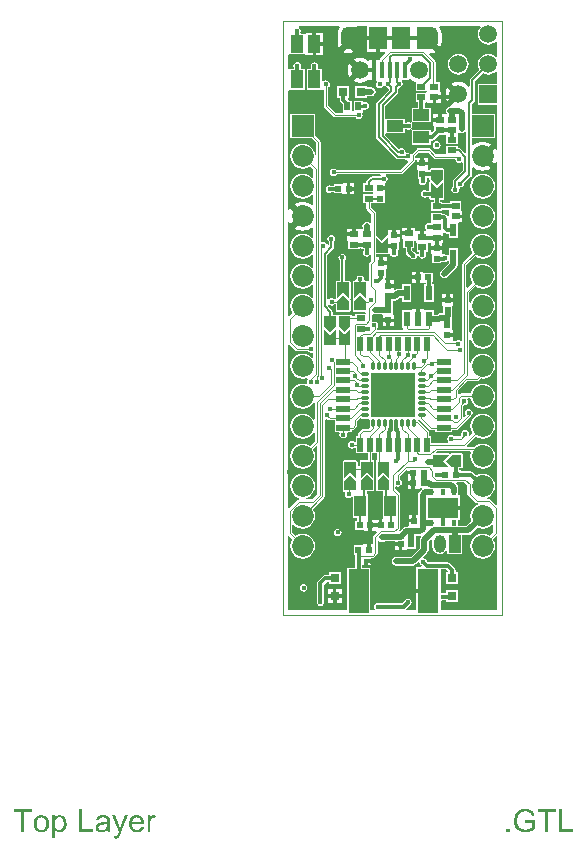
<source format=gtl>
G04*
G04 #@! TF.GenerationSoftware,Altium Limited,Altium Designer,18.1.9 (240)*
G04*
G04 Layer_Physical_Order=1*
G04 Layer_Color=255*
%FSLAX43Y43*%
%MOMM*%
G71*
G01*
G75*
%ADD10C,0.120*%
%ADD15C,0.100*%
%ADD26R,0.600X1.300*%
%ADD47R,1.700X3.700*%
%ADD48C,0.254*%
%ADD49R,0.700X0.510*%
%ADD50R,1.400X1.000*%
%ADD51R,1.100X1.500*%
%ADD52R,0.800X0.800*%
%ADD53R,0.800X0.800*%
%ADD54O,0.300X0.750*%
%ADD55O,0.750X0.300*%
%ADD56R,3.700X3.700*%
%ADD57R,0.500X1.200*%
%ADD58R,1.200X0.500*%
%ADD59R,2.500X1.700*%
%ADD60R,0.450X0.500*%
%ADD61R,0.425X0.330*%
%ADD62R,0.540X1.060*%
%ADD63R,1.000X1.800*%
%ADD64R,1.500X1.900*%
%ADD65R,0.400X1.350*%
%ADD66R,0.560X0.510*%
%ADD67R,0.510X0.700*%
%ADD68R,0.510X0.560*%
%ADD69C,0.200*%
%ADD70C,0.300*%
%ADD71C,0.500*%
%ADD72C,0.152*%
%ADD73C,0.250*%
%ADD74R,1.500X1.500*%
%ADD75C,1.500*%
%ADD76R,1.000X1.500*%
%ADD77O,1.000X1.500*%
%ADD78O,1.200X1.900*%
%ADD79C,1.850*%
%ADD80R,1.850X1.850*%
%ADD81C,0.400*%
G36*
X7067Y48992D02*
X8017D01*
Y48842D01*
X8167D01*
Y47692D01*
X8606D01*
X8652Y47581D01*
X8237Y47167D01*
X8197Y47107D01*
X8197Y47104D01*
X8117Y47017D01*
X7867D01*
Y46142D01*
Y45267D01*
X7903D01*
X7935Y45206D01*
X7951Y45147D01*
X7889Y45055D01*
X7864Y44930D01*
X7889Y44805D01*
X7960Y44699D01*
X8065Y44628D01*
X8190Y44603D01*
X8315Y44628D01*
X8421Y44699D01*
X8483Y44792D01*
X8549Y44807D01*
X8615Y44810D01*
X8649Y44759D01*
X8755Y44689D01*
X8880Y44664D01*
X8968Y44571D01*
Y44483D01*
X7939Y43454D01*
X7895Y43389D01*
X7880Y43312D01*
Y40440D01*
X7895Y40364D01*
X7939Y40299D01*
X9591Y38647D01*
X9656Y38603D01*
X9732Y38588D01*
X10336D01*
X10425Y38528D01*
X10529Y38508D01*
X10564Y38444D01*
X10577Y38387D01*
X9874Y37684D01*
X4532D01*
X4501Y37731D01*
X4395Y37801D01*
X4270Y37826D01*
X4145Y37801D01*
X4039Y37731D01*
X3969Y37625D01*
X3944Y37500D01*
X3969Y37375D01*
X4039Y37269D01*
X4145Y37199D01*
X4270Y37174D01*
X4395Y37199D01*
X4501Y37269D01*
X4532Y37316D01*
X8223D01*
X8277Y37196D01*
X8239Y37152D01*
X7508D01*
X7422Y37135D01*
X7349Y37087D01*
X7081Y36819D01*
X7033Y36746D01*
X7016Y36660D01*
Y36545D01*
X6770D01*
Y35795D01*
X7619D01*
X7629Y35783D01*
X7626Y35719D01*
X7556Y35645D01*
X6770D01*
Y34895D01*
X7056D01*
Y34450D01*
X7070Y34380D01*
X7110Y34320D01*
X7476Y33954D01*
Y33239D01*
X7399Y33202D01*
X7357Y33197D01*
X7234Y33279D01*
X7090Y33307D01*
X6946Y33279D01*
X6823Y33197D01*
X6741Y33074D01*
X6713Y32930D01*
X6723Y32880D01*
Y32710D01*
X6712Y32699D01*
X6603Y32656D01*
X6550Y32705D01*
X6543Y32705D01*
X6150D01*
Y32250D01*
X6000D01*
Y32100D01*
X5450D01*
Y31812D01*
X5450Y31795D01*
X5530Y31708D01*
X5530Y31675D01*
Y30975D01*
X6470D01*
Y31075D01*
X6630D01*
Y30975D01*
X6825D01*
Y30844D01*
X6799Y30805D01*
X6774Y30680D01*
X6799Y30555D01*
X6869Y30449D01*
X6975Y30379D01*
X7100Y30354D01*
X7225Y30379D01*
X7331Y30449D01*
X7356Y30488D01*
X7476Y30451D01*
Y30016D01*
X7300Y29840D01*
X7260Y29780D01*
X7246Y29710D01*
Y28283D01*
X7126Y28259D01*
X7113Y28292D01*
X7021Y28330D01*
X6918D01*
X6842Y28423D01*
X6847Y28450D01*
X6822Y28575D01*
X6752Y28681D01*
X6646Y28751D01*
X6521Y28776D01*
X6396Y28751D01*
X6290Y28681D01*
X6220Y28575D01*
X6195Y28450D01*
X6200Y28423D01*
X6124Y28330D01*
X6021D01*
X5929Y28292D01*
X5891Y28200D01*
Y26850D01*
X5929Y26758D01*
X5907Y26638D01*
X5891Y26600D01*
Y25800D01*
X5929Y25708D01*
X6021Y25670D01*
X6933D01*
X7018Y25550D01*
X7009Y25525D01*
X6130D01*
Y25334D01*
X5816D01*
X5792Y25392D01*
X5700Y25430D01*
X4700D01*
X4608Y25392D01*
X4552Y25392D01*
X4460Y25430D01*
X4184D01*
Y25690D01*
X4167Y25776D01*
X4119Y25849D01*
X3787Y26180D01*
X3796Y26221D01*
X3799Y26224D01*
X3930Y26266D01*
X3985Y26229D01*
X4110Y26204D01*
X4235Y26229D01*
X4341Y26299D01*
X4352Y26316D01*
X4470D01*
Y25800D01*
X4508Y25708D01*
X4600Y25670D01*
X5600D01*
X5692Y25708D01*
X5730Y25800D01*
Y26600D01*
X5714Y26638D01*
X5692Y26758D01*
X5730Y26850D01*
Y28200D01*
X5692Y28292D01*
X5600Y28330D01*
X5234D01*
Y30045D01*
X5241Y30049D01*
X5311Y30155D01*
X5336Y30280D01*
X5311Y30405D01*
X5241Y30511D01*
X5135Y30581D01*
X5010Y30606D01*
X4885Y30581D01*
X4779Y30511D01*
X4709Y30405D01*
X4684Y30280D01*
X4709Y30155D01*
X4779Y30049D01*
X4786Y30045D01*
Y28330D01*
X4600D01*
X4508Y28292D01*
X4470Y28200D01*
Y26850D01*
X4376Y26765D01*
X4345Y26761D01*
X4334Y26765D01*
X4235Y26831D01*
X4110Y26856D01*
X3985Y26831D01*
X3879Y26761D01*
X3860Y26732D01*
X3740Y26769D01*
Y30523D01*
X4239Y31021D01*
X4287Y31094D01*
X4304Y31180D01*
Y31615D01*
X4311Y31619D01*
X4381Y31725D01*
X4406Y31850D01*
X4381Y31975D01*
X4311Y32081D01*
X4205Y32151D01*
X4080Y32176D01*
X3955Y32151D01*
X3849Y32081D01*
X3779Y31975D01*
X3754Y31850D01*
X3779Y31725D01*
X3849Y31619D01*
X3856Y31615D01*
Y31367D01*
X3848Y31364D01*
X3721Y31385D01*
X3651Y31491D01*
X3545Y31561D01*
X3420Y31586D01*
X3300Y31562D01*
X3295Y31562D01*
X3180Y31628D01*
Y40057D01*
X3166Y40127D01*
X3126Y40187D01*
X2696Y40617D01*
Y42447D01*
X606D01*
Y40357D01*
X2436D01*
X2812Y39981D01*
Y38965D01*
X2692Y38957D01*
X2669Y39135D01*
X2564Y39389D01*
X2396Y39607D01*
X2178Y39775D01*
X1924Y39880D01*
X1651Y39916D01*
X1378Y39880D01*
X1124Y39775D01*
X906Y39607D01*
X738Y39389D01*
X633Y39135D01*
X597Y38862D01*
X633Y38589D01*
X738Y38335D01*
X906Y38117D01*
X1124Y37949D01*
X1378Y37844D01*
X1651Y37808D01*
X1924Y37844D01*
X2178Y37949D01*
X2249Y38004D01*
X2572Y37681D01*
Y37035D01*
X2452Y36994D01*
X2396Y37067D01*
X2178Y37235D01*
X1924Y37340D01*
X1651Y37376D01*
X1378Y37340D01*
X1124Y37235D01*
X906Y37067D01*
X738Y36849D01*
X633Y36595D01*
X597Y36322D01*
X633Y36049D01*
X738Y35795D01*
X906Y35577D01*
X1124Y35409D01*
X1378Y35304D01*
X1651Y35268D01*
X1924Y35304D01*
X2178Y35409D01*
X2396Y35577D01*
X2452Y35650D01*
X2572Y35609D01*
Y34766D01*
X2452Y34709D01*
X2335Y34805D01*
X2122Y34919D01*
X1891Y34989D01*
X1651Y35013D01*
X1411Y34989D01*
X1180Y34919D01*
X976Y34810D01*
X1828Y33959D01*
X1651Y33782D01*
X1828Y33605D01*
X976Y32754D01*
X1180Y32645D01*
X1411Y32575D01*
X1651Y32551D01*
X1891Y32575D01*
X2122Y32645D01*
X2335Y32759D01*
X2452Y32855D01*
X2572Y32798D01*
Y31955D01*
X2452Y31914D01*
X2396Y31987D01*
X2178Y32155D01*
X1924Y32260D01*
X1651Y32296D01*
X1378Y32260D01*
X1124Y32155D01*
X906Y31987D01*
X738Y31769D01*
X633Y31515D01*
X597Y31242D01*
X633Y30969D01*
X738Y30715D01*
X906Y30497D01*
X1124Y30329D01*
X1378Y30224D01*
X1651Y30188D01*
X1924Y30224D01*
X2178Y30329D01*
X2396Y30497D01*
X2452Y30570D01*
X2572Y30529D01*
Y29415D01*
X2452Y29374D01*
X2396Y29447D01*
X2178Y29615D01*
X1924Y29720D01*
X1651Y29756D01*
X1378Y29720D01*
X1124Y29615D01*
X906Y29447D01*
X738Y29229D01*
X633Y28975D01*
X597Y28702D01*
X633Y28429D01*
X738Y28175D01*
X906Y27957D01*
X1124Y27789D01*
X1378Y27684D01*
X1651Y27648D01*
X1924Y27684D01*
X2178Y27789D01*
X2396Y27957D01*
X2452Y28030D01*
X2572Y27989D01*
Y26875D01*
X2452Y26834D01*
X2396Y26907D01*
X2178Y27075D01*
X1924Y27180D01*
X1651Y27216D01*
X1378Y27180D01*
X1124Y27075D01*
X906Y26907D01*
X738Y26689D01*
X633Y26435D01*
X597Y26162D01*
X633Y25889D01*
X738Y25635D01*
X793Y25564D01*
X528Y25298D01*
X408Y25348D01*
Y33256D01*
X528Y33285D01*
X623Y33107D01*
X1297Y33782D01*
X623Y34457D01*
X528Y34279D01*
X408Y34308D01*
Y44405D01*
X485Y44493D01*
X528Y44493D01*
X1825D01*
Y46233D01*
X1521D01*
X1487Y46353D01*
X1501Y46375D01*
X1526Y46500D01*
X1501Y46625D01*
X1431Y46731D01*
X1325Y46801D01*
X1200Y46826D01*
X1075Y46801D01*
X969Y46731D01*
X899Y46625D01*
X874Y46500D01*
X899Y46375D01*
X913Y46353D01*
X879Y46233D01*
X528D01*
X485Y46233D01*
X408Y46321D01*
Y47405D01*
X485Y47493D01*
X528Y47493D01*
X1785D01*
X1818Y47493D01*
X1905Y47413D01*
X1912Y47413D01*
X2505D01*
Y48363D01*
Y49313D01*
X1905Y49313D01*
X1818Y49233D01*
X1785Y49233D01*
X1498D01*
X1452Y49353D01*
X1456Y49360D01*
X1481Y49485D01*
X1456Y49610D01*
X1386Y49716D01*
X1313Y49764D01*
X1350Y49884D01*
X4762D01*
X4822Y49764D01*
X4731Y49646D01*
X4640Y49427D01*
X4609Y49192D01*
Y48492D01*
X4640Y48257D01*
X4725Y48053D01*
X5340Y48669D01*
X5517Y48492D01*
Y49792D01*
X6226D01*
X6272Y49884D01*
X7067D01*
Y48992D01*
D02*
G37*
G36*
X16730Y49764D02*
X16614Y49613D01*
X16526Y49402D01*
X16496Y49174D01*
X16526Y48947D01*
X16614Y48736D01*
X16753Y48554D01*
X16935Y48414D01*
X17146Y48327D01*
X17374Y48297D01*
X17601Y48327D01*
X17812Y48414D01*
X17994Y48554D01*
X18014Y48580D01*
X18134Y48539D01*
Y47269D01*
X18014Y47229D01*
X17994Y47255D01*
X17812Y47394D01*
X17601Y47482D01*
X17374Y47512D01*
X17146Y47482D01*
X16935Y47394D01*
X16753Y47255D01*
X16614Y47073D01*
X16526Y46862D01*
X16496Y46634D01*
X16526Y46407D01*
X16614Y46196D01*
X16615Y46193D01*
X15851Y45429D01*
X15803Y45357D01*
X15786Y45271D01*
Y44776D01*
X15666Y44735D01*
X15582Y44843D01*
X15363Y45012D01*
X15108Y45117D01*
X14834Y45153D01*
X14559Y45117D01*
X14304Y45012D01*
X14285Y44997D01*
X15010Y44271D01*
X14834Y44094D01*
X15010Y43918D01*
X14247Y43154D01*
X14224Y43087D01*
X14150D01*
X14006Y43059D01*
X13883Y42977D01*
X13801Y42854D01*
X13773Y42710D01*
X13801Y42566D01*
X13845Y42500D01*
X13771Y42395D01*
X13747Y42395D01*
X13410D01*
Y41940D01*
X13260D01*
Y41790D01*
X12710D01*
Y41502D01*
X12710Y41485D01*
X12790Y41398D01*
X12790Y41365D01*
Y41029D01*
X12631Y40870D01*
X12520Y40916D01*
Y41072D01*
X10916D01*
X10876Y41149D01*
X10865Y41186D01*
X10931Y41285D01*
X10956Y41410D01*
X10931Y41535D01*
X10880Y41612D01*
X10916Y41710D01*
X10933Y41732D01*
X12520D01*
Y42972D01*
X11975D01*
Y43390D01*
X12060Y43475D01*
X12163Y43475D01*
X12250Y43395D01*
X12257Y43395D01*
X12650D01*
Y43850D01*
X12800D01*
Y44000D01*
X13350D01*
Y44288D01*
X13350Y44305D01*
X13270Y44392D01*
X13270Y44425D01*
Y45125D01*
X12904D01*
Y46861D01*
X12890Y46931D01*
X12850Y46990D01*
X12356Y47484D01*
X12412Y47598D01*
X12517Y47584D01*
X12752Y47615D01*
X12956Y47700D01*
X12517Y48138D01*
Y47892D01*
X11317D01*
Y49792D01*
X12517D01*
Y48492D01*
X12694Y48669D01*
X13309Y48053D01*
X13394Y48257D01*
X13425Y48492D01*
Y49192D01*
X13394Y49427D01*
X13303Y49646D01*
X13212Y49764D01*
X13272Y49884D01*
X16686D01*
X16730Y49764D01*
D02*
G37*
G36*
X18134Y45999D02*
Y44964D01*
X16504D01*
Y43224D01*
X18134D01*
Y39388D01*
X18014Y39359D01*
X17919Y39537D01*
X17245Y38862D01*
X17919Y38187D01*
X18014Y38365D01*
X18134Y38336D01*
Y9355D01*
X18014Y9305D01*
X17540Y9780D01*
X17480Y9820D01*
X17410Y9834D01*
X17307D01*
X17284Y9954D01*
X17418Y10009D01*
X17636Y10177D01*
X17804Y10395D01*
X17909Y10649D01*
X17945Y10922D01*
X17909Y11195D01*
X17804Y11449D01*
X17636Y11667D01*
X17418Y11835D01*
X17164Y11940D01*
X16891Y11976D01*
X16618Y11940D01*
X16366Y11836D01*
X16108Y12095D01*
X16018Y12154D01*
X15913Y12175D01*
X15025D01*
Y12300D01*
X14925D01*
Y12445D01*
X15100D01*
X15192Y12483D01*
X15230Y12575D01*
Y13575D01*
X15192Y13667D01*
X15100Y13705D01*
X14300D01*
X14262Y13689D01*
X14142Y13667D01*
X14050Y13705D01*
X12992D01*
X12946Y13816D01*
X13036Y13906D01*
X15836D01*
X15903Y13807D01*
X15873Y13735D01*
X15837Y13462D01*
X15873Y13189D01*
X15978Y12935D01*
X16146Y12717D01*
X16364Y12549D01*
X16618Y12444D01*
X16891Y12408D01*
X17164Y12444D01*
X17418Y12549D01*
X17636Y12717D01*
X17804Y12935D01*
X17909Y13189D01*
X17945Y13462D01*
X17909Y13735D01*
X17804Y13989D01*
X17636Y14207D01*
X17418Y14375D01*
X17164Y14480D01*
X16891Y14516D01*
X16618Y14480D01*
X16364Y14375D01*
X16232Y14274D01*
X15592D01*
X15542Y14394D01*
X16293Y15144D01*
X16364Y15089D01*
X16618Y14984D01*
X16891Y14948D01*
X17164Y14984D01*
X17418Y15089D01*
X17636Y15257D01*
X17804Y15475D01*
X17909Y15729D01*
X17945Y16002D01*
X17909Y16275D01*
X17804Y16529D01*
X17636Y16747D01*
X17418Y16915D01*
X17164Y17020D01*
X16891Y17056D01*
X16618Y17020D01*
X16364Y16915D01*
X16146Y16747D01*
X15978Y16529D01*
X15873Y16275D01*
X15837Y16002D01*
X15873Y15729D01*
X15978Y15475D01*
X16033Y15404D01*
X15825Y15195D01*
X15780Y15217D01*
X15726Y15266D01*
X15746Y15370D01*
X15721Y15495D01*
X15651Y15601D01*
X15545Y15671D01*
X15420Y15696D01*
X15295Y15671D01*
X15189Y15601D01*
X15119Y15495D01*
X15094Y15370D01*
X15110Y15288D01*
X14956Y15134D01*
X14492D01*
X14461Y15181D01*
X14355Y15251D01*
X14230Y15276D01*
X14105Y15251D01*
X13999Y15181D01*
X13929Y15075D01*
X13904Y14950D01*
X13929Y14825D01*
X13997Y14723D01*
X13993Y14702D01*
X13958Y14603D01*
X12517D01*
Y15139D01*
X12331D01*
Y15501D01*
X12317Y15572D01*
X12277Y15631D01*
X11459Y16449D01*
X11400Y16489D01*
X11399Y16500D01*
X11516Y16610D01*
X11528Y16608D01*
X11567Y16549D01*
X12377Y15739D01*
X12437Y15699D01*
X12507Y15685D01*
X12877D01*
Y15499D01*
X14317D01*
Y15685D01*
X14679D01*
X14749Y15699D01*
X14809Y15739D01*
X15850Y16780D01*
X15890Y16840D01*
X15898Y16884D01*
X15951Y16919D01*
X16021Y17025D01*
X16046Y17150D01*
X16021Y17275D01*
X15951Y17381D01*
X15845Y17451D01*
X15720Y17476D01*
X15595Y17451D01*
X15489Y17381D01*
X15419Y17275D01*
X15394Y17150D01*
X15419Y17025D01*
X15481Y16931D01*
X15334Y16784D01*
X15224Y16830D01*
Y17695D01*
X15327Y17784D01*
X15330Y17784D01*
X15455Y17809D01*
X15561Y17879D01*
X15631Y17985D01*
X15656Y18110D01*
X15631Y18235D01*
X15603Y18277D01*
X15667Y18397D01*
X15856D01*
X15873Y18269D01*
X15978Y18015D01*
X16146Y17797D01*
X16364Y17629D01*
X16618Y17524D01*
X16891Y17488D01*
X17164Y17524D01*
X17418Y17629D01*
X17636Y17797D01*
X17804Y18015D01*
X17909Y18269D01*
X17945Y18542D01*
X17909Y18815D01*
X17804Y19069D01*
X17636Y19287D01*
X17418Y19455D01*
X17164Y19560D01*
X16891Y19596D01*
X16618Y19560D01*
X16364Y19455D01*
X16146Y19287D01*
X15978Y19069D01*
X15873Y18815D01*
X15866Y18764D01*
X15071D01*
X15000Y18750D01*
X14941Y18710D01*
X14924Y18694D01*
X14814Y18740D01*
Y19003D01*
X15602Y19791D01*
X16405D01*
X16475Y19805D01*
X16535Y19845D01*
X16738Y20048D01*
X16891Y20028D01*
X17164Y20064D01*
X17418Y20169D01*
X17636Y20337D01*
X17804Y20555D01*
X17909Y20809D01*
X17945Y21082D01*
X17909Y21355D01*
X17804Y21609D01*
X17636Y21827D01*
X17418Y21995D01*
X17164Y22100D01*
X16891Y22136D01*
X16618Y22100D01*
X16364Y21995D01*
X16146Y21827D01*
X15978Y21609D01*
X15884Y21380D01*
X15764Y21404D01*
Y23300D01*
X15884Y23324D01*
X15978Y23095D01*
X16146Y22877D01*
X16364Y22709D01*
X16618Y22604D01*
X16891Y22568D01*
X17164Y22604D01*
X17418Y22709D01*
X17636Y22877D01*
X17804Y23095D01*
X17909Y23349D01*
X17945Y23622D01*
X17909Y23895D01*
X17804Y24149D01*
X17636Y24367D01*
X17418Y24535D01*
X17164Y24640D01*
X16891Y24676D01*
X16618Y24640D01*
X16364Y24535D01*
X16146Y24367D01*
X15978Y24149D01*
X15884Y23920D01*
X15764Y23944D01*
Y25840D01*
X15884Y25864D01*
X15978Y25635D01*
X16146Y25417D01*
X16364Y25249D01*
X16618Y25144D01*
X16891Y25108D01*
X17164Y25144D01*
X17418Y25249D01*
X17636Y25417D01*
X17804Y25635D01*
X17909Y25889D01*
X17945Y26162D01*
X17909Y26435D01*
X17804Y26689D01*
X17636Y26907D01*
X17418Y27075D01*
X17164Y27180D01*
X16891Y27216D01*
X16618Y27180D01*
X16364Y27075D01*
X16146Y26907D01*
X15978Y26689D01*
X15884Y26460D01*
X15764Y26484D01*
Y27315D01*
X16293Y27844D01*
X16364Y27789D01*
X16618Y27684D01*
X16891Y27648D01*
X17164Y27684D01*
X17418Y27789D01*
X17636Y27957D01*
X17804Y28175D01*
X17909Y28429D01*
X17945Y28702D01*
X17909Y28975D01*
X17804Y29229D01*
X17636Y29447D01*
X17418Y29615D01*
X17164Y29720D01*
X16891Y29756D01*
X16618Y29720D01*
X16364Y29615D01*
X16146Y29447D01*
X15978Y29229D01*
X15873Y28975D01*
X15837Y28702D01*
X15873Y28429D01*
X15978Y28175D01*
X16033Y28104D01*
X15634Y27705D01*
X15524Y27751D01*
Y29615D01*
X16293Y30384D01*
X16364Y30329D01*
X16618Y30224D01*
X16891Y30188D01*
X17164Y30224D01*
X17418Y30329D01*
X17636Y30497D01*
X17804Y30715D01*
X17909Y30969D01*
X17945Y31242D01*
X17909Y31515D01*
X17804Y31769D01*
X17636Y31987D01*
X17418Y32155D01*
X17164Y32260D01*
X16891Y32296D01*
X16618Y32260D01*
X16364Y32155D01*
X16146Y31987D01*
X15978Y31769D01*
X15873Y31515D01*
X15837Y31242D01*
X15873Y30969D01*
X15978Y30715D01*
X16033Y30644D01*
X15210Y29821D01*
X15170Y29761D01*
X15156Y29691D01*
Y23307D01*
X15036Y23250D01*
X14975Y23291D01*
X14850Y23316D01*
X14725Y23291D01*
X14619Y23221D01*
X14594Y23184D01*
X14482D01*
X14380Y23227D01*
Y23532D01*
X13900D01*
Y23832D01*
X14380D01*
Y24137D01*
X14380D01*
X14300Y24224D01*
Y24957D01*
X14277D01*
Y25165D01*
X14303Y25296D01*
X14303Y25296D01*
Y25423D01*
X14326D01*
X14326Y26156D01*
X14406Y26243D01*
X14406Y26259D01*
Y26548D01*
X13446D01*
Y26259D01*
X13446Y26243D01*
X13526Y26156D01*
X13526Y26123D01*
Y25557D01*
X13297D01*
X13153Y25529D01*
X13030Y25447D01*
X13030Y25447D01*
X13011Y25427D01*
X12770D01*
Y25820D01*
X11930D01*
X11900Y25900D01*
X11550D01*
Y25050D01*
X11250D01*
Y25900D01*
X10900D01*
X10870Y25820D01*
X10030D01*
Y24280D01*
X10157D01*
X10167Y24264D01*
X10099Y24144D01*
X7991D01*
X7954Y24189D01*
Y24323D01*
X8021Y24425D01*
X8046Y24550D01*
X8021Y24675D01*
X7951Y24781D01*
X7845Y24851D01*
X7720Y24876D01*
X7595Y24851D01*
X7593Y24850D01*
X7488Y24924D01*
X7494Y24950D01*
Y25449D01*
X7587Y25499D01*
X7614Y25500D01*
X7750Y25473D01*
X8328D01*
X8420Y25405D01*
X8420Y25353D01*
Y25100D01*
X9380D01*
Y25388D01*
X9380Y25405D01*
X9300Y25492D01*
X9300Y25525D01*
Y26225D01*
X9277D01*
Y26623D01*
X9490D01*
X9490Y26623D01*
X9634Y26651D01*
X9757Y26733D01*
X9896Y26873D01*
X10030D01*
Y26480D01*
X10870D01*
Y28020D01*
X10030D01*
Y27627D01*
X9740D01*
X9596Y27599D01*
X9500Y27535D01*
X9415Y27564D01*
X9380Y27593D01*
Y27750D01*
X8900D01*
Y27900D01*
X8750D01*
Y28355D01*
X8667D01*
X8598Y28458D01*
X8641Y28553D01*
X8689Y28555D01*
X8700D01*
Y29288D01*
X8780Y29375D01*
X8780Y29375D01*
X8780Y29375D01*
Y29680D01*
X8300D01*
Y29830D01*
X8150D01*
Y30285D01*
X7844D01*
Y30550D01*
X8843D01*
X8934Y30588D01*
X8950Y30624D01*
X9070Y30600D01*
X9089Y30505D01*
X9159Y30399D01*
X9265Y30329D01*
X9390Y30304D01*
X9515Y30329D01*
X9621Y30399D01*
X9691Y30505D01*
X9716Y30630D01*
X9691Y30755D01*
X9691Y30755D01*
X9744Y30875D01*
X9800D01*
Y31608D01*
X9880Y31695D01*
X9880Y31695D01*
X9880Y31695D01*
Y32000D01*
X9400D01*
Y32150D01*
X9250D01*
Y32605D01*
X8920D01*
Y32211D01*
X8843Y32159D01*
X8751Y32121D01*
X8343Y31713D01*
X7934Y32121D01*
X7844Y32159D01*
Y32279D01*
X7843Y32280D01*
Y33080D01*
X7844D01*
Y34030D01*
X7830Y34100D01*
X7790Y34160D01*
X7424Y34526D01*
Y34895D01*
X7710D01*
Y34895D01*
X7790Y34875D01*
X7790Y34875D01*
X7822Y34875D01*
X8590D01*
X8590Y35608D01*
X8670Y35695D01*
X8670Y35712D01*
Y36000D01*
X8190D01*
Y36300D01*
X8670D01*
Y36605D01*
X8746Y36694D01*
X8751Y36697D01*
X8821Y36803D01*
X8846Y36928D01*
X8821Y37053D01*
X8751Y37159D01*
X8694Y37196D01*
X8731Y37316D01*
X9950D01*
X10020Y37330D01*
X10080Y37370D01*
X11150Y38440D01*
X11190Y38500D01*
X11200Y38552D01*
X11320Y38540D01*
Y38400D01*
X11650D01*
Y38705D01*
X11324D01*
X11320Y38705D01*
X11204Y38714D01*
Y38854D01*
X11506Y39156D01*
X12291D01*
X12757Y38690D01*
X12817Y38650D01*
X12887Y38636D01*
X14536D01*
X14574Y38590D01*
X14599Y38465D01*
X14669Y38359D01*
X14775Y38289D01*
X14900Y38264D01*
X15025Y38289D01*
X15082Y38327D01*
X15202Y38266D01*
Y37669D01*
X14411Y36879D01*
X14363Y36806D01*
X14346Y36720D01*
Y36265D01*
X14339Y36261D01*
X14269Y36155D01*
X14244Y36030D01*
X14269Y35905D01*
X14339Y35799D01*
X14445Y35729D01*
X14570Y35704D01*
X14695Y35729D01*
X14801Y35799D01*
X14871Y35905D01*
X14896Y36030D01*
X14879Y36115D01*
X14946Y36203D01*
X14972Y36219D01*
X15000Y36214D01*
X15125Y36239D01*
X15231Y36309D01*
X15301Y36415D01*
X15326Y36540D01*
X15325Y36548D01*
X15905Y37127D01*
X15953Y37200D01*
X15970Y37286D01*
Y37878D01*
X16090Y37934D01*
X16207Y37839D01*
X16420Y37725D01*
X16651Y37655D01*
X16891Y37631D01*
X17131Y37655D01*
X17362Y37725D01*
X17566Y37834D01*
X16714Y38685D01*
X16891Y38862D01*
X16714Y39039D01*
X17566Y39890D01*
X17362Y39999D01*
X17131Y40069D01*
X16891Y40093D01*
X16651Y40069D01*
X16420Y39999D01*
X16207Y39885D01*
X16090Y39790D01*
X15970Y39846D01*
Y40357D01*
X17936D01*
Y42447D01*
X15970D01*
Y43283D01*
X16169Y43481D01*
X16217Y43554D01*
X16234Y43640D01*
Y45178D01*
X16933Y45876D01*
X16935Y45874D01*
X17146Y45787D01*
X17374Y45757D01*
X17601Y45787D01*
X17812Y45874D01*
X17994Y46014D01*
X18014Y46040D01*
X18134Y45999D01*
D02*
G37*
G36*
X10768Y45393D02*
X10987Y45225D01*
X11230Y45124D01*
Y44375D01*
X12149D01*
X12161Y44361D01*
X12164Y44337D01*
X12066Y44225D01*
X11230D01*
Y43475D01*
X11425D01*
Y42972D01*
X10880D01*
Y41772D01*
X10774Y41699D01*
X10755Y41711D01*
X10630Y41736D01*
X10505Y41711D01*
X10466Y41685D01*
X10320D01*
Y42022D01*
X8752D01*
X8680Y42022D01*
X8632Y42122D01*
Y43084D01*
X9661Y44113D01*
X9704Y44178D01*
X9719Y44254D01*
Y44574D01*
X9800Y44664D01*
X9925Y44689D01*
X10031Y44759D01*
X10101Y44865D01*
X10126Y44990D01*
X10101Y45115D01*
X10031Y45221D01*
X10021Y45227D01*
X10058Y45347D01*
X10637D01*
Y45377D01*
X10751Y45416D01*
X10768Y45393D01*
D02*
G37*
G36*
X10505Y41109D02*
X10630Y41084D01*
X10755Y41109D01*
X10783Y41127D01*
X10880Y41048D01*
Y39832D01*
X12520D01*
Y40177D01*
X12602D01*
X12707Y40198D01*
X12797Y40257D01*
X13204Y40665D01*
X13727D01*
X13743Y40658D01*
X13830Y40618D01*
Y39875D01*
X14770D01*
Y40625D01*
X14770D01*
X14783Y40685D01*
X14783Y40685D01*
X14783Y40740D01*
Y40799D01*
X14903Y40864D01*
X14966Y40821D01*
X15110Y40793D01*
X15254Y40821D01*
X15377Y40903D01*
X15402Y40941D01*
X15522Y40904D01*
Y39162D01*
X15411Y39116D01*
X15019Y39509D01*
X14946Y39557D01*
X14860Y39574D01*
X14770D01*
Y39725D01*
X13830D01*
Y39004D01*
X12963D01*
X12497Y39470D01*
X12437Y39510D01*
X12367Y39524D01*
X11430D01*
X11360Y39510D01*
X11300Y39470D01*
X10911Y39081D01*
X10781Y39061D01*
X10675Y39131D01*
X10550Y39156D01*
X10456Y39138D01*
X10376Y39194D01*
X10352Y39227D01*
X10356Y39250D01*
X10331Y39375D01*
X10261Y39481D01*
X10155Y39551D01*
X10030Y39576D01*
X9905Y39551D01*
X9812Y39489D01*
X8632Y40669D01*
Y40682D01*
X8680Y40782D01*
X8752Y40782D01*
X10320D01*
Y41135D01*
X10466D01*
X10505Y41109D01*
D02*
G37*
G36*
X8843Y30680D02*
X7843D01*
Y32030D01*
X8343Y31530D01*
X8843Y32030D01*
Y30680D01*
D02*
G37*
G36*
X7021Y26850D02*
X6521Y27350D01*
X6021Y26850D01*
Y28200D01*
X7021D01*
Y26850D01*
D02*
G37*
G36*
X5600D02*
X5100Y27350D01*
X4600Y26850D01*
Y28200D01*
X5600D01*
Y26850D01*
D02*
G37*
G36*
X7021Y26600D02*
Y25800D01*
X6021D01*
Y26600D01*
X6521Y27100D01*
X7021Y26600D01*
D02*
G37*
G36*
X5600D02*
Y25800D01*
X4600D01*
Y26600D01*
X5100Y27100D01*
X5600Y26600D01*
D02*
G37*
G36*
X5700Y24500D02*
X5200Y24000D01*
X4700Y24500D01*
Y25300D01*
X5700D01*
Y24500D01*
D02*
G37*
G36*
X4460D02*
X3960Y24000D01*
X3460Y24500D01*
Y25300D01*
X4460D01*
Y24500D01*
D02*
G37*
G36*
X5700Y22900D02*
X4700D01*
Y24250D01*
X5200Y23750D01*
X5700Y24250D01*
Y22900D01*
D02*
G37*
G36*
X4460D02*
X3460D01*
Y24250D01*
X3960Y23750D01*
X4460Y24250D01*
Y22900D01*
D02*
G37*
G36*
X1064Y22387D02*
X1123Y22347D01*
X1193Y22333D01*
X2109D01*
X2127Y22337D01*
X2139Y22319D01*
X2245Y22249D01*
X2370Y22224D01*
X2452Y22240D01*
X2572Y22167D01*
Y21795D01*
X2452Y21754D01*
X2396Y21827D01*
X2178Y21995D01*
X1924Y22100D01*
X1651Y22136D01*
X1378Y22100D01*
X1124Y21995D01*
X906Y21827D01*
X738Y21609D01*
X633Y21355D01*
X597Y21082D01*
X633Y20809D01*
X738Y20555D01*
X906Y20337D01*
X1124Y20169D01*
X1378Y20064D01*
X1651Y20028D01*
X1924Y20064D01*
X1955Y20077D01*
X2044Y20046D01*
X2093Y20004D01*
X2095Y19984D01*
X2029Y19885D01*
X2004Y19760D01*
X2026Y19648D01*
X1995Y19605D01*
X1938Y19554D01*
X1924Y19560D01*
X1651Y19596D01*
X1378Y19560D01*
X1124Y19455D01*
X906Y19287D01*
X738Y19069D01*
X633Y18815D01*
X597Y18542D01*
X633Y18269D01*
X738Y18015D01*
X906Y17797D01*
X1124Y17629D01*
X1378Y17524D01*
X1651Y17488D01*
X1924Y17524D01*
X2178Y17629D01*
X2396Y17797D01*
X2546Y17992D01*
X2640Y17975D01*
X2666Y17961D01*
Y16574D01*
X2546Y16552D01*
X2396Y16747D01*
X2178Y16915D01*
X1924Y17020D01*
X1651Y17056D01*
X1378Y17020D01*
X1124Y16915D01*
X906Y16747D01*
X738Y16529D01*
X633Y16275D01*
X597Y16002D01*
X633Y15729D01*
X738Y15475D01*
X906Y15257D01*
X1124Y15089D01*
X1378Y14984D01*
X1651Y14948D01*
X1924Y14984D01*
X2178Y15089D01*
X2396Y15257D01*
X2546Y15452D01*
X2666Y15430D01*
Y14737D01*
X2249Y14320D01*
X2178Y14375D01*
X1924Y14480D01*
X1651Y14516D01*
X1378Y14480D01*
X1124Y14375D01*
X906Y14207D01*
X738Y13989D01*
X633Y13735D01*
X597Y13462D01*
X633Y13189D01*
X738Y12935D01*
X906Y12717D01*
X1124Y12549D01*
X1378Y12444D01*
X1651Y12408D01*
X1924Y12444D01*
X2178Y12549D01*
X2396Y12717D01*
X2564Y12935D01*
X2669Y13189D01*
X2705Y13462D01*
X2669Y13735D01*
X2564Y13989D01*
X2509Y14060D01*
X2796Y14347D01*
X2906Y14301D01*
Y10236D01*
X2464Y9794D01*
X1971D01*
X1947Y9914D01*
X2178Y10009D01*
X2396Y10177D01*
X2564Y10395D01*
X2669Y10649D01*
X2705Y10922D01*
X2669Y11195D01*
X2564Y11449D01*
X2396Y11667D01*
X2178Y11835D01*
X1924Y11940D01*
X1651Y11976D01*
X1378Y11940D01*
X1124Y11835D01*
X906Y11667D01*
X738Y11449D01*
X633Y11195D01*
X597Y10922D01*
X633Y10649D01*
X738Y10395D01*
X906Y10177D01*
X1124Y10009D01*
X1355Y9914D01*
X1331Y9794D01*
X1316D01*
X1246Y9780D01*
X1187Y9740D01*
X528Y9081D01*
X408Y9131D01*
Y22873D01*
X528Y22923D01*
X1064Y22387D01*
D02*
G37*
G36*
X6592Y16665D02*
X6697Y16644D01*
X7147D01*
X7177Y16650D01*
X7297Y16619D01*
X7328Y16499D01*
X7322Y16469D01*
Y16019D01*
X7343Y15914D01*
X7361Y15886D01*
X7240Y15765D01*
X6766D01*
X6696Y15751D01*
X6636Y15712D01*
X6417Y15493D01*
X6378Y15433D01*
X6364Y15363D01*
Y15139D01*
X6177D01*
Y14684D01*
X6084Y14649D01*
X6057Y14644D01*
X5956Y14711D01*
X5831Y14736D01*
X5706Y14711D01*
X5600Y14641D01*
X5530Y14535D01*
X5505Y14410D01*
X5530Y14285D01*
X5600Y14179D01*
X5706Y14109D01*
X5831Y14084D01*
X5956Y14109D01*
X6057Y14176D01*
X6084Y14171D01*
X6177Y14136D01*
Y13699D01*
X6917D01*
Y13699D01*
X6977D01*
Y13699D01*
X7164D01*
Y13130D01*
X6600D01*
X6508Y13092D01*
X6470Y13000D01*
Y12584D01*
X6310D01*
Y12990D01*
X6272Y13082D01*
X6180Y13120D01*
X5180D01*
X5088Y13082D01*
X5050Y12990D01*
Y11640D01*
X5088Y11548D01*
X5066Y11428D01*
X5050Y11390D01*
Y10590D01*
X5088Y10498D01*
X5180Y10460D01*
X5212D01*
X5252Y10387D01*
X5266Y10340D01*
X5244Y10230D01*
X5269Y10105D01*
X5339Y9999D01*
X5445Y9929D01*
X5570Y9904D01*
X5695Y9929D01*
X5801Y9999D01*
X5810Y10013D01*
X5930Y9977D01*
Y8180D01*
X6247D01*
Y8000D01*
X6096D01*
Y7200D01*
X6829D01*
X6916Y7120D01*
X6916Y7120D01*
X6916Y7120D01*
X7221D01*
Y7600D01*
Y8080D01*
X7218D01*
X7170Y8180D01*
Y10220D01*
X7104D01*
Y10470D01*
X7600D01*
X7692Y10508D01*
X7730Y10600D01*
Y11400D01*
X7714Y11438D01*
X7692Y11558D01*
X7730Y11650D01*
Y13000D01*
X7692Y13092D01*
X7600Y13130D01*
X7531D01*
Y13699D01*
X7717D01*
Y13699D01*
X7777D01*
Y13699D01*
X7964D01*
Y13115D01*
X7908Y13092D01*
X7870Y13000D01*
Y11650D01*
X7908Y11558D01*
X7886Y11438D01*
X7870Y11400D01*
Y10600D01*
X7908Y10508D01*
X8000Y10470D01*
X8496D01*
Y10220D01*
X8430D01*
Y8180D01*
X8400Y8118D01*
Y7600D01*
X8100D01*
Y8080D01*
X7521D01*
Y7600D01*
Y7120D01*
X7874D01*
X7920Y7009D01*
X7680Y6770D01*
X7640Y6710D01*
X7626Y6640D01*
Y5980D01*
X7400D01*
Y5500D01*
X7100D01*
Y5980D01*
X6795D01*
Y5980D01*
X6725Y5900D01*
X5975D01*
Y5100D01*
X6112D01*
Y4885D01*
X6055D01*
Y4315D01*
X6112D01*
Y4002D01*
X5427D01*
Y408D01*
X408D01*
Y6656D01*
X528Y6706D01*
X793Y6440D01*
X738Y6369D01*
X633Y6115D01*
X597Y5842D01*
X633Y5569D01*
X738Y5315D01*
X906Y5097D01*
X1124Y4929D01*
X1378Y4824D01*
X1651Y4788D01*
X1924Y4824D01*
X2178Y4929D01*
X2396Y5097D01*
X2564Y5315D01*
X2669Y5569D01*
X2705Y5842D01*
X2669Y6115D01*
X2564Y6369D01*
X2396Y6587D01*
X2178Y6755D01*
X1924Y6860D01*
X1651Y6896D01*
X1378Y6860D01*
X1124Y6755D01*
X1053Y6700D01*
X730Y7023D01*
Y7669D01*
X850Y7710D01*
X906Y7637D01*
X1124Y7469D01*
X1378Y7364D01*
X1651Y7328D01*
X1924Y7364D01*
X2178Y7469D01*
X2396Y7637D01*
X2564Y7855D01*
X2669Y8109D01*
X2705Y8382D01*
X2669Y8655D01*
X2564Y8909D01*
X2509Y8980D01*
X3460Y9931D01*
X3500Y9991D01*
X3514Y10061D01*
Y16550D01*
X3634Y16621D01*
X3720Y16604D01*
X3734Y16606D01*
X3801Y16539D01*
X3861Y16499D01*
X3931Y16485D01*
X4377D01*
Y16299D01*
X4377D01*
Y16239D01*
X4377D01*
Y15499D01*
X4721D01*
X4789Y15379D01*
X4771Y15287D01*
X4796Y15162D01*
X4866Y15057D01*
X4972Y14986D01*
X5097Y14961D01*
X5222Y14986D01*
X5328Y15057D01*
X5399Y15162D01*
X5423Y15287D01*
X5405Y15379D01*
X5474Y15499D01*
X5817D01*
Y15685D01*
X5879D01*
X5949Y15699D01*
X6009Y15739D01*
X6230Y15960D01*
X6270Y16020D01*
X6284Y16090D01*
Y16424D01*
X6551Y16692D01*
X6592Y16665D01*
D02*
G37*
G36*
X15100Y12575D02*
X14300D01*
X13800Y13075D01*
X14300Y13575D01*
X15100D01*
Y12575D01*
D02*
G37*
G36*
X13550Y13075D02*
X14050Y12575D01*
X12700D01*
Y13575D01*
X14050D01*
X13550Y13075D01*
D02*
G37*
G36*
X9000Y11650D02*
X8500Y12150D01*
X8000Y11650D01*
Y13000D01*
X9000D01*
Y11650D01*
D02*
G37*
G36*
X7600D02*
X7100Y12150D01*
X6600Y11650D01*
Y13000D01*
X7600D01*
Y11650D01*
D02*
G37*
G36*
X6180Y11640D02*
X5680Y12140D01*
X5180Y11640D01*
Y12990D01*
X6180D01*
Y11640D01*
D02*
G37*
G36*
X10565Y12236D02*
Y12210D01*
X11020D01*
Y11910D01*
X10565D01*
Y11580D01*
Y11340D01*
X11020D01*
Y11190D01*
X11170D01*
Y10710D01*
X11475D01*
Y10710D01*
X11562Y10790D01*
X11727D01*
X11763Y10670D01*
X11743Y10657D01*
X11743Y10657D01*
X11543Y10457D01*
X11461Y10334D01*
X11433Y10190D01*
X11433Y10190D01*
Y8455D01*
X11250D01*
Y8000D01*
X11100D01*
Y7850D01*
X10620D01*
Y7545D01*
X10528Y7477D01*
X10440D01*
X10440Y7477D01*
X10296Y7449D01*
X10173Y7367D01*
X10173Y7367D01*
X9890Y7083D01*
X9858Y7089D01*
X9819Y7220D01*
X9860Y7261D01*
X9900Y7320D01*
X9914Y7390D01*
Y10175D01*
X9900Y10245D01*
X9860Y10304D01*
X9504Y10661D01*
Y10851D01*
X9624Y10905D01*
X9730Y10884D01*
X9855Y10909D01*
X9961Y10979D01*
X10031Y11085D01*
X10056Y11210D01*
X10031Y11335D01*
X9961Y11441D01*
X9914Y11472D01*
Y11754D01*
X10445Y12285D01*
X10565Y12236D01*
D02*
G37*
G36*
X9000Y11400D02*
Y10600D01*
X8000D01*
Y11400D01*
X8500Y11900D01*
X9000Y11400D01*
D02*
G37*
G36*
X7600D02*
Y10600D01*
X6600D01*
Y11400D01*
X7100Y11900D01*
X7600Y11400D01*
D02*
G37*
G36*
X6180Y11390D02*
Y10590D01*
X5180D01*
Y11390D01*
X5680Y11890D01*
X6180Y11390D01*
D02*
G37*
G36*
X15602Y11008D02*
Y10274D01*
X15616Y10204D01*
X15656Y10144D01*
X16280Y9520D01*
X16340Y9480D01*
X16410Y9466D01*
X16465D01*
X16489Y9346D01*
X16364Y9295D01*
X16146Y9127D01*
X15978Y8909D01*
X15873Y8655D01*
X15837Y8382D01*
X15873Y8109D01*
X15935Y7959D01*
X15523Y7547D01*
X14795D01*
Y8040D01*
X14950D01*
Y8940D01*
X13500D01*
Y9240D01*
X14950D01*
Y10140D01*
X14844D01*
X14819Y10198D01*
X14801Y10260D01*
X14827Y10390D01*
Y10800D01*
X14799Y10944D01*
X14717Y11067D01*
X14717Y11067D01*
X14638Y11146D01*
X14684Y11256D01*
X15354D01*
X15602Y11008D01*
D02*
G37*
G36*
X17812Y7669D02*
Y7023D01*
X17489Y6700D01*
X17418Y6755D01*
X17164Y6860D01*
X16891Y6896D01*
X16618Y6860D01*
X16364Y6755D01*
X16146Y6587D01*
X15978Y6369D01*
X15873Y6115D01*
X15837Y5842D01*
X15873Y5569D01*
X15978Y5315D01*
X16146Y5097D01*
X16364Y4929D01*
X16618Y4824D01*
X16891Y4788D01*
X17164Y4824D01*
X17418Y4929D01*
X17636Y5097D01*
X17804Y5315D01*
X17909Y5569D01*
X17945Y5842D01*
X17909Y6115D01*
X17804Y6369D01*
X17749Y6440D01*
X18014Y6706D01*
X18134Y6656D01*
Y408D01*
X13347D01*
Y1154D01*
X13467Y1250D01*
X13500Y1244D01*
X13625Y1269D01*
X13664Y1295D01*
X13806D01*
Y1092D01*
X14846D01*
Y2132D01*
X13806D01*
Y1845D01*
X13664D01*
X13625Y1871D01*
X13500Y1896D01*
X13467Y1890D01*
X13347Y1986D01*
Y3925D01*
X13816D01*
X13989Y3752D01*
X13939Y3632D01*
X13806D01*
Y2592D01*
X14846D01*
Y3632D01*
X14601D01*
Y3804D01*
X14601Y3804D01*
X14580Y3909D01*
X14521Y3999D01*
X14125Y4395D01*
X14035Y4454D01*
X13930Y4475D01*
X12274D01*
X12191Y4559D01*
X12181Y4605D01*
X12111Y4711D01*
X12005Y4781D01*
X11913Y4800D01*
X11869Y4892D01*
X11866Y4922D01*
X12217Y5273D01*
X12217Y5273D01*
X12299Y5396D01*
X12327Y5540D01*
X12327Y5540D01*
Y6214D01*
X12523Y6410D01*
X12637Y6353D01*
X12630Y6300D01*
Y5800D01*
X12651Y5638D01*
X12713Y5487D01*
X12813Y5358D01*
X12942Y5258D01*
X13093Y5196D01*
X13255Y5175D01*
X13417Y5196D01*
X13568Y5258D01*
X13697Y5358D01*
X13785Y5472D01*
X13839Y5468D01*
X13905Y5439D01*
Y5180D01*
X15145D01*
Y6793D01*
X15679D01*
X15679Y6793D01*
X15823Y6821D01*
X15946Y6903D01*
X16468Y7426D01*
X16618Y7364D01*
X16891Y7328D01*
X17164Y7364D01*
X17418Y7469D01*
X17636Y7637D01*
X17692Y7710D01*
X17812Y7669D01*
D02*
G37*
G36*
X11642Y6682D02*
X11670Y6616D01*
X11601Y6514D01*
X11573Y6370D01*
X11573Y6370D01*
Y5696D01*
X10824Y4947D01*
X9560D01*
X9416Y4919D01*
X9293Y4837D01*
X9211Y4714D01*
X9183Y4570D01*
X9211Y4426D01*
X9293Y4303D01*
X9416Y4221D01*
X9560Y4193D01*
X10980D01*
X10980Y4193D01*
X11124Y4221D01*
X11247Y4303D01*
X11438Y4494D01*
X11468Y4491D01*
X11560Y4447D01*
X11579Y4355D01*
X11649Y4249D01*
X11720Y4202D01*
X11684Y4082D01*
X11247D01*
Y2182D01*
X12297D01*
Y1882D01*
X11247D01*
Y408D01*
X10430D01*
X10394Y528D01*
X10404Y534D01*
X10649Y779D01*
X10695Y789D01*
X10801Y859D01*
X10871Y965D01*
X10896Y1090D01*
X10871Y1215D01*
X10801Y1321D01*
X10695Y1391D01*
X10570Y1416D01*
X10445Y1391D01*
X10339Y1321D01*
X10269Y1215D01*
X10259Y1169D01*
X10095Y1004D01*
X8164D01*
X8125Y1030D01*
X8000Y1055D01*
X7875Y1030D01*
X7769Y960D01*
X7699Y854D01*
X7674Y729D01*
X7699Y604D01*
X7750Y528D01*
X7713Y428D01*
X7696Y408D01*
X7367D01*
Y4002D01*
X6663D01*
Y4235D01*
X6863D01*
Y4600D01*
X7012D01*
Y4750D01*
X7425D01*
Y4826D01*
X7600D01*
X7670Y4840D01*
X7730Y4880D01*
X7940Y5090D01*
X7980Y5150D01*
X7994Y5220D01*
Y6291D01*
X8114Y6328D01*
X8123Y6313D01*
X8246Y6231D01*
X8390Y6203D01*
X8534Y6231D01*
X8596Y6273D01*
X9495D01*
Y6150D01*
X9950D01*
Y6000D01*
X10100D01*
Y5520D01*
X10405D01*
Y5520D01*
X10492Y5600D01*
X11225D01*
Y5989D01*
X11227Y6000D01*
Y6723D01*
X11590D01*
X11590Y6723D01*
X11602Y6725D01*
X11642Y6682D01*
D02*
G37*
G36*
X-18876Y-16932D02*
X-18857Y-16935D01*
X-18815Y-16940D01*
X-18765Y-16952D01*
X-18712Y-16968D01*
X-18660Y-16993D01*
X-18607Y-17024D01*
X-18604D01*
X-18601Y-17029D01*
X-18585Y-17040D01*
X-18560Y-17063D01*
X-18529Y-17090D01*
X-18496Y-17126D01*
X-18463Y-17171D01*
X-18429Y-17224D01*
X-18401Y-17282D01*
Y-17285D01*
X-18399Y-17290D01*
X-18396Y-17299D01*
X-18390Y-17310D01*
X-18385Y-17326D01*
X-18379Y-17346D01*
X-18365Y-17390D01*
X-18351Y-17446D01*
X-18340Y-17507D01*
X-18332Y-17576D01*
X-18329Y-17648D01*
Y-17651D01*
Y-17657D01*
Y-17668D01*
Y-17684D01*
X-18332Y-17704D01*
Y-17726D01*
X-18338Y-17776D01*
X-18349Y-17837D01*
X-18363Y-17901D01*
X-18382Y-17968D01*
X-18407Y-18034D01*
Y-18037D01*
X-18410Y-18043D01*
X-18415Y-18051D01*
X-18421Y-18062D01*
X-18440Y-18093D01*
X-18465Y-18131D01*
X-18496Y-18173D01*
X-18535Y-18215D01*
X-18579Y-18256D01*
X-18632Y-18295D01*
X-18635D01*
X-18637Y-18298D01*
X-18646Y-18304D01*
X-18657Y-18309D01*
X-18685Y-18323D01*
X-18723Y-18340D01*
X-18771Y-18356D01*
X-18821Y-18370D01*
X-18879Y-18381D01*
X-18937Y-18384D01*
X-18957D01*
X-18979Y-18381D01*
X-19007Y-18379D01*
X-19040Y-18373D01*
X-19076Y-18365D01*
X-19112Y-18354D01*
X-19148Y-18337D01*
X-19151Y-18334D01*
X-19165Y-18329D01*
X-19182Y-18317D01*
X-19204Y-18301D01*
X-19226Y-18284D01*
X-19254Y-18262D01*
X-19279Y-18237D01*
X-19301Y-18209D01*
Y-18887D01*
X-19537D01*
Y-16960D01*
X-19323D01*
Y-17143D01*
X-19320Y-17138D01*
X-19309Y-17126D01*
X-19295Y-17107D01*
X-19273Y-17085D01*
X-19248Y-17057D01*
X-19220Y-17032D01*
X-19187Y-17007D01*
X-19154Y-16985D01*
X-19148Y-16982D01*
X-19137Y-16977D01*
X-19115Y-16968D01*
X-19087Y-16957D01*
X-19054Y-16946D01*
X-19015Y-16938D01*
X-18971Y-16932D01*
X-18921Y-16929D01*
X-18890D01*
X-18876Y-16932D01*
D02*
G37*
G36*
X-10917D02*
X-10886Y-16938D01*
X-10850Y-16949D01*
X-10811Y-16963D01*
X-10767Y-16982D01*
X-10720Y-17007D01*
X-10806Y-17224D01*
X-10808Y-17221D01*
X-10820Y-17215D01*
X-10836Y-17207D01*
X-10858Y-17199D01*
X-10883Y-17190D01*
X-10914Y-17182D01*
X-10945Y-17176D01*
X-10975Y-17174D01*
X-10989D01*
X-11003Y-17176D01*
X-11022Y-17179D01*
X-11042Y-17185D01*
X-11067Y-17193D01*
X-11092Y-17204D01*
X-11114Y-17221D01*
X-11117Y-17224D01*
X-11125Y-17229D01*
X-11133Y-17240D01*
X-11147Y-17254D01*
X-11161Y-17274D01*
X-11175Y-17296D01*
X-11189Y-17321D01*
X-11200Y-17351D01*
X-11203Y-17357D01*
X-11205Y-17374D01*
X-11211Y-17399D01*
X-11219Y-17432D01*
X-11228Y-17474D01*
X-11233Y-17521D01*
X-11236Y-17571D01*
X-11239Y-17626D01*
Y-18354D01*
X-11475D01*
Y-16960D01*
X-11261D01*
Y-17171D01*
X-11258Y-17168D01*
X-11247Y-17149D01*
X-11233Y-17124D01*
X-11211Y-17093D01*
X-11189Y-17063D01*
X-11164Y-17029D01*
X-11139Y-17002D01*
X-11114Y-16979D01*
X-11111Y-16977D01*
X-11103Y-16971D01*
X-11086Y-16963D01*
X-11069Y-16954D01*
X-11047Y-16946D01*
X-11019Y-16938D01*
X-10992Y-16932D01*
X-10961Y-16929D01*
X-10942D01*
X-10917Y-16932D01*
D02*
G37*
G36*
X-13699Y-18376D02*
Y-18379D01*
X-13701Y-18387D01*
X-13707Y-18398D01*
X-13712Y-18412D01*
X-13721Y-18431D01*
X-13729Y-18454D01*
X-13749Y-18501D01*
X-13768Y-18553D01*
X-13790Y-18606D01*
X-13812Y-18653D01*
X-13823Y-18673D01*
X-13832Y-18692D01*
X-13835Y-18698D01*
X-13843Y-18712D01*
X-13857Y-18731D01*
X-13873Y-18756D01*
X-13896Y-18784D01*
X-13921Y-18812D01*
X-13946Y-18839D01*
X-13976Y-18862D01*
X-13979Y-18864D01*
X-13990Y-18870D01*
X-14007Y-18878D01*
X-14032Y-18889D01*
X-14059Y-18900D01*
X-14093Y-18909D01*
X-14129Y-18914D01*
X-14170Y-18917D01*
X-14182D01*
X-14195Y-18914D01*
X-14215D01*
X-14237Y-18909D01*
X-14262Y-18903D01*
X-14290Y-18898D01*
X-14320Y-18887D01*
X-14345Y-18667D01*
X-14343D01*
X-14332Y-18670D01*
X-14318Y-18673D01*
X-14301Y-18678D01*
X-14257Y-18687D01*
X-14212Y-18689D01*
X-14198D01*
X-14184Y-18687D01*
X-14168D01*
X-14126Y-18678D01*
X-14107Y-18670D01*
X-14087Y-18662D01*
X-14084D01*
X-14079Y-18656D01*
X-14071Y-18651D01*
X-14059Y-18642D01*
X-14034Y-18620D01*
X-14012Y-18590D01*
Y-18587D01*
X-14007Y-18581D01*
X-14001Y-18570D01*
X-13996Y-18553D01*
X-13984Y-18531D01*
X-13973Y-18498D01*
X-13957Y-18459D01*
X-13940Y-18412D01*
Y-18409D01*
X-13935Y-18398D01*
X-13929Y-18379D01*
X-13918Y-18354D01*
X-14445Y-16960D01*
X-14195D01*
X-13904Y-17768D01*
Y-17771D01*
X-13901Y-17773D01*
X-13898Y-17782D01*
X-13896Y-17796D01*
X-13890Y-17809D01*
X-13885Y-17826D01*
X-13871Y-17865D01*
X-13854Y-17912D01*
X-13837Y-17968D01*
X-13821Y-18026D01*
X-13804Y-18090D01*
Y-18087D01*
X-13801Y-18081D01*
X-13798Y-18073D01*
X-13796Y-18062D01*
X-13793Y-18048D01*
X-13787Y-18032D01*
X-13776Y-17990D01*
X-13762Y-17943D01*
X-13743Y-17887D01*
X-13726Y-17832D01*
X-13704Y-17773D01*
X-13404Y-16960D01*
X-13168D01*
X-13699Y-18376D01*
D02*
G37*
G36*
X-15153Y-16932D02*
X-15112Y-16935D01*
X-15064Y-16940D01*
X-15017Y-16949D01*
X-14970Y-16960D01*
X-14926Y-16974D01*
X-14920Y-16977D01*
X-14906Y-16982D01*
X-14887Y-16990D01*
X-14862Y-17002D01*
X-14834Y-17018D01*
X-14806Y-17035D01*
X-14781Y-17057D01*
X-14759Y-17079D01*
X-14756Y-17082D01*
X-14751Y-17090D01*
X-14742Y-17104D01*
X-14731Y-17121D01*
X-14717Y-17146D01*
X-14706Y-17171D01*
X-14695Y-17201D01*
X-14687Y-17238D01*
Y-17240D01*
X-14684Y-17249D01*
X-14681Y-17265D01*
X-14679Y-17288D01*
Y-17318D01*
X-14676Y-17354D01*
X-14673Y-17401D01*
Y-17454D01*
Y-17771D01*
Y-17773D01*
Y-17784D01*
Y-17801D01*
Y-17823D01*
Y-17848D01*
Y-17879D01*
X-14670Y-17945D01*
Y-18015D01*
X-14667Y-18084D01*
X-14665Y-18115D01*
Y-18143D01*
X-14662Y-18168D01*
X-14659Y-18187D01*
Y-18190D01*
X-14656Y-18201D01*
X-14654Y-18218D01*
X-14645Y-18240D01*
X-14640Y-18265D01*
X-14629Y-18292D01*
X-14615Y-18323D01*
X-14601Y-18354D01*
X-14848D01*
X-14851Y-18351D01*
X-14853Y-18340D01*
X-14859Y-18326D01*
X-14867Y-18304D01*
X-14876Y-18279D01*
X-14881Y-18248D01*
X-14887Y-18215D01*
X-14892Y-18179D01*
X-14895D01*
X-14898Y-18184D01*
X-14915Y-18198D01*
X-14940Y-18218D01*
X-14973Y-18243D01*
X-15014Y-18268D01*
X-15056Y-18295D01*
X-15101Y-18320D01*
X-15148Y-18340D01*
X-15153Y-18342D01*
X-15170Y-18345D01*
X-15195Y-18354D01*
X-15225Y-18362D01*
X-15264Y-18370D01*
X-15309Y-18376D01*
X-15359Y-18381D01*
X-15409Y-18384D01*
X-15431D01*
X-15448Y-18381D01*
X-15467D01*
X-15489Y-18379D01*
X-15539Y-18370D01*
X-15595Y-18356D01*
X-15656Y-18337D01*
X-15711Y-18309D01*
X-15761Y-18273D01*
X-15767Y-18268D01*
X-15781Y-18254D01*
X-15800Y-18229D01*
X-15822Y-18195D01*
X-15845Y-18154D01*
X-15864Y-18106D01*
X-15878Y-18048D01*
X-15881Y-18020D01*
X-15883Y-17987D01*
Y-17982D01*
Y-17970D01*
X-15881Y-17951D01*
X-15878Y-17926D01*
X-15872Y-17895D01*
X-15864Y-17865D01*
X-15853Y-17832D01*
X-15839Y-17801D01*
X-15836Y-17798D01*
X-15831Y-17787D01*
X-15820Y-17771D01*
X-15806Y-17751D01*
X-15789Y-17729D01*
X-15767Y-17707D01*
X-15745Y-17684D01*
X-15717Y-17665D01*
X-15714Y-17662D01*
X-15703Y-17657D01*
X-15689Y-17646D01*
X-15667Y-17635D01*
X-15642Y-17623D01*
X-15611Y-17610D01*
X-15581Y-17598D01*
X-15545Y-17587D01*
X-15542D01*
X-15531Y-17585D01*
X-15514Y-17579D01*
X-15492Y-17576D01*
X-15464Y-17571D01*
X-15428Y-17565D01*
X-15386Y-17557D01*
X-15337Y-17551D01*
X-15334D01*
X-15323Y-17548D01*
X-15309D01*
X-15289Y-17546D01*
X-15267Y-17543D01*
X-15239Y-17537D01*
X-15209Y-17535D01*
X-15175Y-17529D01*
X-15109Y-17515D01*
X-15037Y-17501D01*
X-14973Y-17485D01*
X-14942Y-17476D01*
X-14915Y-17468D01*
Y-17465D01*
Y-17460D01*
X-14912Y-17443D01*
Y-17424D01*
Y-17412D01*
Y-17407D01*
Y-17404D01*
Y-17401D01*
Y-17385D01*
X-14915Y-17357D01*
X-14920Y-17326D01*
X-14928Y-17293D01*
X-14942Y-17260D01*
X-14959Y-17229D01*
X-14981Y-17204D01*
X-14984Y-17201D01*
X-14998Y-17190D01*
X-15020Y-17179D01*
X-15048Y-17163D01*
X-15087Y-17149D01*
X-15131Y-17135D01*
X-15187Y-17126D01*
X-15250Y-17124D01*
X-15278D01*
X-15306Y-17126D01*
X-15345Y-17132D01*
X-15384Y-17138D01*
X-15425Y-17149D01*
X-15464Y-17163D01*
X-15498Y-17182D01*
X-15500Y-17185D01*
X-15511Y-17193D01*
X-15525Y-17207D01*
X-15542Y-17229D01*
X-15559Y-17257D01*
X-15578Y-17293D01*
X-15595Y-17337D01*
X-15611Y-17387D01*
X-15842Y-17357D01*
Y-17354D01*
X-15839Y-17351D01*
Y-17343D01*
X-15836Y-17332D01*
X-15828Y-17307D01*
X-15817Y-17271D01*
X-15803Y-17235D01*
X-15786Y-17196D01*
X-15764Y-17157D01*
X-15739Y-17121D01*
X-15736Y-17118D01*
X-15725Y-17107D01*
X-15709Y-17090D01*
X-15686Y-17068D01*
X-15656Y-17046D01*
X-15620Y-17024D01*
X-15578Y-16999D01*
X-15531Y-16979D01*
X-15528D01*
X-15525Y-16977D01*
X-15517Y-16974D01*
X-15506Y-16971D01*
X-15478Y-16963D01*
X-15439Y-16954D01*
X-15395Y-16946D01*
X-15339Y-16938D01*
X-15281Y-16932D01*
X-15214Y-16929D01*
X-15184D01*
X-15153Y-16932D01*
D02*
G37*
G36*
X-17022Y-18126D02*
X-16075D01*
Y-18354D01*
X-17277D01*
Y-16432D01*
X-17022D01*
Y-18126D01*
D02*
G37*
G36*
X-21264Y-16660D02*
X-21897D01*
Y-18354D01*
X-22152D01*
Y-16660D01*
X-22785D01*
Y-16432D01*
X-21264D01*
Y-16660D01*
D02*
G37*
G36*
X-12349Y-16932D02*
X-12327Y-16935D01*
X-12299Y-16940D01*
X-12269Y-16946D01*
X-12233Y-16954D01*
X-12199Y-16963D01*
X-12161Y-16977D01*
X-12124Y-16990D01*
X-12086Y-17010D01*
X-12047Y-17032D01*
X-12008Y-17057D01*
X-11972Y-17088D01*
X-11938Y-17121D01*
X-11936Y-17124D01*
X-11930Y-17129D01*
X-11922Y-17140D01*
X-11911Y-17157D01*
X-11897Y-17176D01*
X-11883Y-17199D01*
X-11866Y-17226D01*
X-11850Y-17260D01*
X-11833Y-17296D01*
X-11816Y-17335D01*
X-11802Y-17379D01*
X-11788Y-17426D01*
X-11777Y-17479D01*
X-11769Y-17535D01*
X-11764Y-17593D01*
X-11761Y-17657D01*
Y-17660D01*
Y-17671D01*
Y-17690D01*
X-11764Y-17718D01*
X-12805D01*
Y-17721D01*
Y-17729D01*
X-12802Y-17740D01*
Y-17757D01*
X-12799Y-17776D01*
X-12793Y-17798D01*
X-12785Y-17848D01*
X-12769Y-17904D01*
X-12746Y-17965D01*
X-12716Y-18020D01*
X-12677Y-18070D01*
X-12674D01*
X-12671Y-18076D01*
X-12655Y-18090D01*
X-12630Y-18109D01*
X-12596Y-18129D01*
X-12552Y-18151D01*
X-12502Y-18170D01*
X-12446Y-18184D01*
X-12416Y-18187D01*
X-12383Y-18190D01*
X-12360D01*
X-12335Y-18187D01*
X-12305Y-18181D01*
X-12272Y-18173D01*
X-12233Y-18162D01*
X-12197Y-18145D01*
X-12161Y-18123D01*
X-12158Y-18120D01*
X-12144Y-18109D01*
X-12127Y-18093D01*
X-12108Y-18070D01*
X-12086Y-18040D01*
X-12061Y-18001D01*
X-12036Y-17957D01*
X-12013Y-17904D01*
X-11769Y-17934D01*
Y-17937D01*
X-11772Y-17943D01*
X-11775Y-17954D01*
X-11780Y-17970D01*
X-11788Y-17987D01*
X-11797Y-18009D01*
X-11819Y-18057D01*
X-11847Y-18109D01*
X-11886Y-18165D01*
X-11930Y-18218D01*
X-11986Y-18268D01*
X-11988D01*
X-11994Y-18273D01*
X-12002Y-18279D01*
X-12013Y-18287D01*
X-12030Y-18295D01*
X-12047Y-18304D01*
X-12069Y-18315D01*
X-12094Y-18326D01*
X-12122Y-18337D01*
X-12149Y-18348D01*
X-12219Y-18365D01*
X-12297Y-18379D01*
X-12383Y-18384D01*
X-12413D01*
X-12433Y-18381D01*
X-12458Y-18379D01*
X-12488Y-18373D01*
X-12521Y-18367D01*
X-12558Y-18362D01*
X-12635Y-18340D01*
X-12677Y-18323D01*
X-12716Y-18306D01*
X-12757Y-18284D01*
X-12796Y-18259D01*
X-12832Y-18231D01*
X-12868Y-18198D01*
X-12871Y-18195D01*
X-12877Y-18190D01*
X-12885Y-18179D01*
X-12896Y-18162D01*
X-12910Y-18143D01*
X-12924Y-18120D01*
X-12941Y-18093D01*
X-12957Y-18062D01*
X-12974Y-18026D01*
X-12991Y-17987D01*
X-13004Y-17943D01*
X-13018Y-17895D01*
X-13029Y-17846D01*
X-13038Y-17790D01*
X-13043Y-17732D01*
X-13046Y-17671D01*
Y-17668D01*
Y-17654D01*
Y-17637D01*
X-13043Y-17612D01*
X-13041Y-17582D01*
X-13038Y-17548D01*
X-13032Y-17510D01*
X-13024Y-17471D01*
X-13002Y-17382D01*
X-12988Y-17337D01*
X-12971Y-17290D01*
X-12949Y-17246D01*
X-12924Y-17204D01*
X-12896Y-17163D01*
X-12866Y-17124D01*
X-12863Y-17121D01*
X-12857Y-17115D01*
X-12846Y-17107D01*
X-12832Y-17093D01*
X-12816Y-17079D01*
X-12793Y-17063D01*
X-12769Y-17043D01*
X-12738Y-17027D01*
X-12707Y-17007D01*
X-12671Y-16990D01*
X-12632Y-16974D01*
X-12591Y-16960D01*
X-12546Y-16946D01*
X-12499Y-16938D01*
X-12449Y-16932D01*
X-12396Y-16929D01*
X-12369D01*
X-12349Y-16932D01*
D02*
G37*
G36*
X-20420D02*
X-20395Y-16935D01*
X-20367Y-16940D01*
X-20336Y-16946D01*
X-20300Y-16952D01*
X-20225Y-16977D01*
X-20187Y-16990D01*
X-20148Y-17010D01*
X-20109Y-17029D01*
X-20070Y-17057D01*
X-20034Y-17085D01*
X-19998Y-17118D01*
X-19995Y-17121D01*
X-19989Y-17126D01*
X-19981Y-17138D01*
X-19970Y-17151D01*
X-19956Y-17171D01*
X-19939Y-17196D01*
X-19923Y-17224D01*
X-19906Y-17254D01*
X-19890Y-17288D01*
X-19873Y-17329D01*
X-19856Y-17371D01*
X-19842Y-17418D01*
X-19831Y-17468D01*
X-19823Y-17521D01*
X-19817Y-17576D01*
X-19815Y-17637D01*
Y-17640D01*
Y-17648D01*
Y-17662D01*
Y-17682D01*
X-19817Y-17704D01*
X-19820Y-17732D01*
Y-17759D01*
X-19826Y-17790D01*
X-19834Y-17859D01*
X-19851Y-17929D01*
X-19870Y-17998D01*
X-19898Y-18062D01*
Y-18065D01*
X-19901Y-18068D01*
X-19906Y-18076D01*
X-19912Y-18087D01*
X-19931Y-18115D01*
X-19956Y-18148D01*
X-19989Y-18187D01*
X-20031Y-18226D01*
X-20078Y-18265D01*
X-20134Y-18301D01*
X-20137D01*
X-20139Y-18304D01*
X-20148Y-18309D01*
X-20162Y-18315D01*
X-20175Y-18320D01*
X-20192Y-18326D01*
X-20234Y-18342D01*
X-20281Y-18356D01*
X-20339Y-18370D01*
X-20400Y-18381D01*
X-20467Y-18384D01*
X-20495D01*
X-20517Y-18381D01*
X-20542Y-18379D01*
X-20570Y-18373D01*
X-20603Y-18367D01*
X-20636Y-18362D01*
X-20711Y-18340D01*
X-20753Y-18323D01*
X-20792Y-18306D01*
X-20831Y-18284D01*
X-20870Y-18259D01*
X-20906Y-18231D01*
X-20942Y-18198D01*
X-20944Y-18195D01*
X-20950Y-18190D01*
X-20958Y-18179D01*
X-20969Y-18162D01*
X-20983Y-18143D01*
X-20997Y-18120D01*
X-21014Y-18093D01*
X-21031Y-18059D01*
X-21047Y-18023D01*
X-21064Y-17982D01*
X-21078Y-17937D01*
X-21092Y-17890D01*
X-21103Y-17837D01*
X-21111Y-17782D01*
X-21117Y-17721D01*
X-21119Y-17657D01*
Y-17651D01*
Y-17640D01*
X-21117Y-17621D01*
Y-17593D01*
X-21114Y-17562D01*
X-21108Y-17523D01*
X-21103Y-17485D01*
X-21092Y-17440D01*
X-21081Y-17396D01*
X-21067Y-17349D01*
X-21050Y-17299D01*
X-21028Y-17251D01*
X-21006Y-17207D01*
X-20975Y-17163D01*
X-20944Y-17121D01*
X-20906Y-17085D01*
X-20903Y-17082D01*
X-20897Y-17079D01*
X-20886Y-17071D01*
X-20872Y-17060D01*
X-20856Y-17049D01*
X-20833Y-17035D01*
X-20811Y-17021D01*
X-20783Y-17007D01*
X-20753Y-16993D01*
X-20720Y-16979D01*
X-20645Y-16954D01*
X-20559Y-16935D01*
X-20514Y-16932D01*
X-20467Y-16929D01*
X-20439D01*
X-20420Y-16932D01*
D02*
G37*
G36*
X20567Y-16402D02*
X20589D01*
X20642Y-16407D01*
X20700Y-16416D01*
X20761Y-16430D01*
X20828Y-16446D01*
X20892Y-16469D01*
X20895D01*
X20900Y-16471D01*
X20909Y-16474D01*
X20920Y-16480D01*
X20950Y-16496D01*
X20989Y-16516D01*
X21031Y-16543D01*
X21075Y-16577D01*
X21117Y-16613D01*
X21156Y-16657D01*
X21161Y-16663D01*
X21172Y-16680D01*
X21189Y-16705D01*
X21211Y-16741D01*
X21233Y-16785D01*
X21258Y-16841D01*
X21283Y-16902D01*
X21303Y-16971D01*
X21072Y-17032D01*
Y-17029D01*
X21070Y-17027D01*
X21067Y-17018D01*
X21064Y-17007D01*
X21056Y-16982D01*
X21045Y-16949D01*
X21028Y-16910D01*
X21008Y-16874D01*
X20989Y-16835D01*
X20964Y-16802D01*
X20961Y-16799D01*
X20953Y-16788D01*
X20936Y-16774D01*
X20917Y-16754D01*
X20892Y-16732D01*
X20859Y-16710D01*
X20822Y-16688D01*
X20781Y-16668D01*
X20775Y-16666D01*
X20761Y-16660D01*
X20736Y-16652D01*
X20703Y-16641D01*
X20664Y-16632D01*
X20620Y-16624D01*
X20570Y-16618D01*
X20517Y-16616D01*
X20487D01*
X20473Y-16618D01*
X20456D01*
X20414Y-16621D01*
X20367Y-16630D01*
X20314Y-16638D01*
X20264Y-16652D01*
X20215Y-16671D01*
X20209Y-16674D01*
X20192Y-16680D01*
X20170Y-16693D01*
X20142Y-16707D01*
X20109Y-16729D01*
X20073Y-16752D01*
X20040Y-16779D01*
X20009Y-16810D01*
X20006Y-16813D01*
X19995Y-16824D01*
X19981Y-16843D01*
X19965Y-16866D01*
X19945Y-16893D01*
X19926Y-16927D01*
X19906Y-16963D01*
X19887Y-17002D01*
Y-17004D01*
X19884Y-17010D01*
X19881Y-17018D01*
X19876Y-17032D01*
X19870Y-17049D01*
X19865Y-17068D01*
X19856Y-17090D01*
X19851Y-17115D01*
X19837Y-17174D01*
X19826Y-17240D01*
X19817Y-17310D01*
X19815Y-17387D01*
Y-17390D01*
Y-17399D01*
Y-17412D01*
X19817Y-17429D01*
Y-17451D01*
X19820Y-17479D01*
X19823Y-17507D01*
X19826Y-17537D01*
X19837Y-17607D01*
X19851Y-17679D01*
X19873Y-17751D01*
X19901Y-17821D01*
Y-17823D01*
X19906Y-17829D01*
X19909Y-17837D01*
X19917Y-17848D01*
X19937Y-17879D01*
X19967Y-17918D01*
X20004Y-17959D01*
X20048Y-18001D01*
X20101Y-18040D01*
X20159Y-18076D01*
X20162D01*
X20167Y-18079D01*
X20176Y-18084D01*
X20190Y-18090D01*
X20203Y-18095D01*
X20223Y-18101D01*
X20267Y-18118D01*
X20323Y-18131D01*
X20384Y-18145D01*
X20450Y-18156D01*
X20520Y-18159D01*
X20548D01*
X20564Y-18156D01*
X20581D01*
X20623Y-18151D01*
X20673Y-18145D01*
X20725Y-18134D01*
X20784Y-18118D01*
X20842Y-18098D01*
X20845D01*
X20850Y-18095D01*
X20856Y-18093D01*
X20867Y-18087D01*
X20897Y-18073D01*
X20931Y-18057D01*
X20970Y-18037D01*
X21011Y-18015D01*
X21050Y-17990D01*
X21083Y-17962D01*
Y-17601D01*
X20517D01*
Y-17374D01*
X21333D01*
Y-18087D01*
X21331Y-18090D01*
X21325Y-18093D01*
X21314Y-18101D01*
X21300Y-18112D01*
X21283Y-18123D01*
X21264Y-18137D01*
X21239Y-18154D01*
X21214Y-18170D01*
X21156Y-18206D01*
X21089Y-18245D01*
X21020Y-18281D01*
X20945Y-18312D01*
X20942D01*
X20936Y-18315D01*
X20925Y-18317D01*
X20911Y-18323D01*
X20892Y-18329D01*
X20870Y-18337D01*
X20845Y-18342D01*
X20820Y-18348D01*
X20759Y-18362D01*
X20689Y-18376D01*
X20614Y-18384D01*
X20537Y-18387D01*
X20509D01*
X20489Y-18384D01*
X20464D01*
X20434Y-18381D01*
X20401Y-18376D01*
X20364Y-18373D01*
X20284Y-18356D01*
X20198Y-18337D01*
X20109Y-18306D01*
X20065Y-18290D01*
X20020Y-18268D01*
X20017Y-18265D01*
X20009Y-18262D01*
X19998Y-18254D01*
X19981Y-18245D01*
X19962Y-18231D01*
X19942Y-18218D01*
X19890Y-18179D01*
X19834Y-18129D01*
X19776Y-18068D01*
X19720Y-17998D01*
X19670Y-17918D01*
Y-17915D01*
X19665Y-17907D01*
X19659Y-17895D01*
X19651Y-17876D01*
X19643Y-17857D01*
X19634Y-17829D01*
X19623Y-17801D01*
X19612Y-17768D01*
X19601Y-17732D01*
X19590Y-17690D01*
X19582Y-17648D01*
X19573Y-17604D01*
X19559Y-17507D01*
X19554Y-17404D01*
Y-17401D01*
Y-17390D01*
Y-17376D01*
X19557Y-17357D01*
Y-17332D01*
X19559Y-17301D01*
X19565Y-17271D01*
X19568Y-17235D01*
X19576Y-17196D01*
X19582Y-17154D01*
X19604Y-17065D01*
X19631Y-16974D01*
X19670Y-16882D01*
X19673Y-16879D01*
X19676Y-16871D01*
X19681Y-16860D01*
X19693Y-16843D01*
X19704Y-16821D01*
X19718Y-16799D01*
X19756Y-16746D01*
X19804Y-16685D01*
X19862Y-16627D01*
X19929Y-16568D01*
X19967Y-16543D01*
X20006Y-16518D01*
X20009Y-16516D01*
X20017Y-16513D01*
X20028Y-16507D01*
X20045Y-16499D01*
X20067Y-16491D01*
X20092Y-16480D01*
X20120Y-16469D01*
X20153Y-16457D01*
X20190Y-16446D01*
X20228Y-16438D01*
X20270Y-16427D01*
X20314Y-16419D01*
X20412Y-16405D01*
X20462Y-16399D01*
X20550D01*
X20567Y-16402D01*
D02*
G37*
G36*
X23593Y-18126D02*
X24540D01*
Y-18354D01*
X23338D01*
Y-16432D01*
X23593D01*
Y-18126D01*
D02*
G37*
G36*
X23085Y-16660D02*
X22452D01*
Y-18354D01*
X22197D01*
Y-16660D01*
X21564D01*
Y-16432D01*
X23085D01*
Y-16660D01*
D02*
G37*
G36*
X19179Y-18354D02*
X18910D01*
Y-18084D01*
X19179D01*
Y-18354D01*
D02*
G37*
%LPC*%
G36*
X2805Y49313D02*
Y48513D01*
X3405D01*
Y49313D01*
X2805D01*
D02*
G37*
G36*
X7867Y48692D02*
X7067D01*
Y47692D01*
X7867D01*
Y48692D01*
D02*
G37*
G36*
X5517Y48138D02*
X5078Y47700D01*
X5282Y47615D01*
X5517Y47584D01*
X5752Y47615D01*
X5956Y47700D01*
X5763Y47892D01*
X5517D01*
Y48138D01*
D02*
G37*
G36*
X3405Y48213D02*
X2805D01*
Y47413D01*
X3405D01*
Y48213D01*
D02*
G37*
G36*
X5615Y46691D02*
X5600Y46672D01*
X5494Y46416D01*
X5458Y46142D01*
X5494Y45868D01*
X5600Y45612D01*
X5615Y45593D01*
X6163Y46142D01*
X5615Y46691D01*
D02*
G37*
G36*
X6517Y47201D02*
X6243Y47165D01*
X5987Y47059D01*
X5968Y47044D01*
X6694Y46319D01*
X6517Y46142D01*
X6694Y45965D01*
X5968Y45240D01*
X5987Y45225D01*
X6243Y45119D01*
X6517Y45083D01*
X6791Y45119D01*
X7047Y45225D01*
X7197Y45340D01*
X7317Y45281D01*
Y45267D01*
X7567D01*
Y46142D01*
Y47017D01*
X7317D01*
Y47003D01*
X7197Y46944D01*
X7047Y47059D01*
X6791Y47165D01*
X6517Y47201D01*
D02*
G37*
G36*
X7120Y44820D02*
X6080D01*
Y43780D01*
X7120D01*
Y43923D01*
X7440D01*
X7440Y43923D01*
X7584Y43951D01*
X7707Y44033D01*
X7727Y44053D01*
X7809Y44176D01*
X7837Y44320D01*
X7809Y44464D01*
X7727Y44587D01*
X7604Y44669D01*
X7460Y44697D01*
X7359Y44677D01*
X7120D01*
Y44820D01*
D02*
G37*
G36*
X2650Y46806D02*
X2525Y46781D01*
X2419Y46711D01*
X2349Y46605D01*
X2324Y46480D01*
X2349Y46355D01*
X2350Y46353D01*
X2293Y46233D01*
X1985D01*
Y44493D01*
X3325D01*
Y44493D01*
X3445Y44547D01*
X3446Y44546D01*
Y43120D01*
X3460Y43050D01*
X3500Y42990D01*
X4280Y42210D01*
X4340Y42170D01*
X4410Y42156D01*
X6158D01*
X6189Y42109D01*
X6295Y42039D01*
X6420Y42014D01*
X6545Y42039D01*
X6651Y42109D01*
X6721Y42215D01*
X6746Y42340D01*
X6721Y42465D01*
X6691Y42510D01*
X6725Y42630D01*
X6725D01*
X6725Y42630D01*
Y42758D01*
X6830Y42825D01*
X6845Y42827D01*
X6960Y42804D01*
X7085Y42829D01*
X7191Y42899D01*
X7261Y43005D01*
X7286Y43130D01*
X7261Y43255D01*
X7191Y43361D01*
X7085Y43431D01*
X6960Y43456D01*
X6845Y43433D01*
X6830Y43435D01*
X6725Y43502D01*
Y43570D01*
X5975D01*
Y42705D01*
X5872Y42590D01*
X5837D01*
X5825Y42630D01*
X5825Y42644D01*
Y43570D01*
X5559D01*
X5469Y43660D01*
X5519Y43780D01*
X5620D01*
Y44820D01*
X4580D01*
Y43780D01*
X4825D01*
Y43640D01*
X4846Y43535D01*
X4905Y43445D01*
X5075Y43276D01*
Y42644D01*
X5075Y42630D01*
X5042Y42524D01*
X4486D01*
X3814Y43196D01*
Y44678D01*
X3861Y44709D01*
X3931Y44815D01*
X3956Y44940D01*
X3931Y45065D01*
X3861Y45171D01*
X3755Y45241D01*
X3630Y45266D01*
X3505Y45241D01*
X3445Y45201D01*
X3325Y45259D01*
Y46233D01*
X2994D01*
X2950Y46353D01*
X2951Y46355D01*
X2976Y46480D01*
X2951Y46605D01*
X2881Y46711D01*
X2775Y46781D01*
X2650Y46806D01*
D02*
G37*
G36*
X5095Y36580D02*
X5008Y36500D01*
X4975Y36500D01*
X4275D01*
Y36335D01*
X4094D01*
X4055Y36361D01*
X3930Y36386D01*
X3805Y36361D01*
X3699Y36291D01*
X3629Y36185D01*
X3604Y36060D01*
X3629Y35935D01*
X3699Y35829D01*
X3805Y35759D01*
X3930Y35734D01*
X4055Y35759D01*
X4094Y35785D01*
X4275D01*
Y35700D01*
X5008Y35700D01*
X5095Y35620D01*
X5112Y35620D01*
X5400D01*
Y36100D01*
Y36580D01*
X5095D01*
D02*
G37*
G36*
X5700Y36580D02*
Y36250D01*
X6005D01*
Y36580D01*
X5700D01*
D02*
G37*
G36*
X6005Y35950D02*
X5700D01*
Y35620D01*
X6005D01*
Y35950D01*
D02*
G37*
G36*
X5850Y32705D02*
X5450D01*
Y32400D01*
X5850D01*
Y32705D01*
D02*
G37*
G36*
X14834Y47512D02*
X14606Y47482D01*
X14395Y47394D01*
X14213Y47255D01*
X14074Y47073D01*
X13986Y46862D01*
X13956Y46634D01*
X13986Y46407D01*
X14074Y46196D01*
X14213Y46014D01*
X14395Y45874D01*
X14606Y45787D01*
X14834Y45757D01*
X15061Y45787D01*
X15272Y45874D01*
X15454Y46014D01*
X15594Y46196D01*
X15681Y46407D01*
X15711Y46634D01*
X15681Y46862D01*
X15594Y47073D01*
X15454Y47255D01*
X15272Y47394D01*
X15061Y47482D01*
X14834Y47512D01*
D02*
G37*
G36*
X13931Y44643D02*
X13916Y44624D01*
X13811Y44368D01*
X13775Y44094D01*
X13811Y43820D01*
X13916Y43565D01*
X13931Y43546D01*
X14480Y44094D01*
X13931Y44643D01*
D02*
G37*
G36*
X13350Y43700D02*
X12950D01*
Y43395D01*
X13350D01*
Y43700D01*
D02*
G37*
G36*
X13110Y42395D02*
X12710D01*
Y42090D01*
X13110D01*
Y42395D01*
D02*
G37*
G36*
X11950Y38705D02*
Y38400D01*
X12280D01*
Y38705D01*
X11950D01*
D02*
G37*
G36*
X12280Y38100D02*
X11320D01*
Y37812D01*
X11320Y37795D01*
X11400Y37708D01*
X11400Y37675D01*
Y36975D01*
X11461D01*
X11498Y36928D01*
X11535Y36855D01*
X11514Y36750D01*
X11539Y36625D01*
X11609Y36519D01*
X11715Y36449D01*
X11840Y36424D01*
X11965Y36449D01*
X12071Y36519D01*
X12141Y36625D01*
X12166Y36750D01*
X12145Y36855D01*
X12200Y36975D01*
D01*
X12249Y37075D01*
X12387D01*
Y36900D01*
X12403Y36862D01*
X12425Y36742D01*
X12387Y36650D01*
Y35945D01*
X12154D01*
X12115Y35971D01*
X11990Y35996D01*
X11865Y35971D01*
X11759Y35901D01*
X11689Y35795D01*
X11664Y35670D01*
X11689Y35545D01*
X11759Y35439D01*
X11865Y35369D01*
X11990Y35344D01*
X12115Y35369D01*
X12154Y35395D01*
X12387D01*
Y35300D01*
X12425Y35208D01*
X12517Y35170D01*
X12742D01*
Y34975D01*
X12547D01*
Y34225D01*
X13487D01*
Y34325D01*
X14049D01*
X14050Y34205D01*
X14050Y34188D01*
Y33783D01*
X13930Y33747D01*
X13925Y33755D01*
X13785Y33895D01*
X13695Y33954D01*
X13590Y33975D01*
X13487D01*
Y34075D01*
X12547D01*
Y33325D01*
X12547D01*
X12530Y33225D01*
X12410Y33172D01*
X12340Y33186D01*
X12215Y33161D01*
X12109Y33091D01*
X12039Y32985D01*
X12014Y32860D01*
X12039Y32735D01*
X12109Y32629D01*
X12116Y32625D01*
X12079Y32505D01*
X11950D01*
Y32050D01*
X11650D01*
Y32505D01*
X11313D01*
X11250Y32505D01*
X11193Y32601D01*
Y32805D01*
X10793D01*
Y32350D01*
X10643D01*
Y32200D01*
X10093D01*
Y31912D01*
X10093Y31895D01*
X10173Y31808D01*
X10173Y31775D01*
Y31075D01*
X10367D01*
Y30807D01*
X10388Y30702D01*
X10448Y30613D01*
X10699Y30361D01*
X10709Y30315D01*
X10779Y30209D01*
X10885Y30139D01*
X11010Y30114D01*
X11135Y30139D01*
X11241Y30209D01*
X11311Y30315D01*
X11336Y30440D01*
X11311Y30565D01*
X11241Y30671D01*
X11135Y30741D01*
X11089Y30751D01*
X10918Y30921D01*
Y31075D01*
X11113D01*
X11113Y31709D01*
X11164Y31768D01*
X11233Y31793D01*
X11250Y31780D01*
X11250Y31595D01*
X11330Y31508D01*
X11330Y31475D01*
Y30775D01*
X11481D01*
X11509Y30655D01*
X11489Y30625D01*
X11464Y30500D01*
X11489Y30375D01*
X11559Y30269D01*
X11665Y30199D01*
X11790Y30174D01*
X11915Y30199D01*
X12021Y30269D01*
X12091Y30375D01*
X12116Y30500D01*
X12091Y30625D01*
X12071Y30655D01*
X12099Y30775D01*
X12270D01*
X12270Y31508D01*
X12350Y31595D01*
X12450Y31546D01*
Y31495D01*
X12520D01*
Y31234D01*
X13480D01*
Y31495D01*
X13550D01*
Y31800D01*
X13000D01*
Y32100D01*
X13550D01*
Y32361D01*
X13666Y32415D01*
X13705Y32375D01*
X13795Y32316D01*
X13900Y32295D01*
X14010Y32279D01*
Y31920D01*
X14790D01*
Y33175D01*
X14790Y33220D01*
X14879Y33295D01*
X15150D01*
Y33600D01*
X14600D01*
Y33900D01*
X15150D01*
Y34188D01*
X15150Y34205D01*
X15070Y34292D01*
X15070Y34325D01*
Y35025D01*
X14130D01*
Y34875D01*
X13487D01*
Y34975D01*
X13292D01*
Y35170D01*
X13517D01*
X13609Y35208D01*
X13647Y35300D01*
Y36650D01*
X13609Y36742D01*
X13631Y36862D01*
X13647Y36900D01*
Y37700D01*
X13609Y37792D01*
X13517Y37830D01*
X12517D01*
X12425Y37792D01*
X12387Y37700D01*
Y37692D01*
X12267Y37667D01*
X12234Y37745D01*
X12280Y37795D01*
X12280Y37812D01*
Y38100D01*
D02*
G37*
G36*
X16891Y37376D02*
X16618Y37340D01*
X16364Y37235D01*
X16146Y37067D01*
X15978Y36849D01*
X15873Y36595D01*
X15837Y36322D01*
X15873Y36049D01*
X15978Y35795D01*
X16146Y35577D01*
X16364Y35409D01*
X16618Y35304D01*
X16891Y35268D01*
X17164Y35304D01*
X17418Y35409D01*
X17636Y35577D01*
X17804Y35795D01*
X17909Y36049D01*
X17945Y36322D01*
X17909Y36595D01*
X17804Y36849D01*
X17636Y37067D01*
X17418Y37235D01*
X17164Y37340D01*
X16891Y37376D01*
D02*
G37*
G36*
Y34836D02*
X16618Y34800D01*
X16364Y34695D01*
X16146Y34527D01*
X15978Y34309D01*
X15873Y34055D01*
X15837Y33782D01*
X15873Y33509D01*
X15978Y33255D01*
X16146Y33037D01*
X16364Y32869D01*
X16618Y32764D01*
X16891Y32728D01*
X17164Y32764D01*
X17418Y32869D01*
X17636Y33037D01*
X17804Y33255D01*
X17909Y33509D01*
X17945Y33782D01*
X17909Y34055D01*
X17804Y34309D01*
X17636Y34527D01*
X17418Y34695D01*
X17164Y34800D01*
X16891Y34836D01*
D02*
G37*
G36*
X10493Y32805D02*
X10093D01*
Y32500D01*
X10493D01*
Y32805D01*
D02*
G37*
G36*
X9880Y32605D02*
X9550D01*
Y32300D01*
X9880D01*
Y32605D01*
D02*
G37*
G36*
X14790Y31080D02*
X14010D01*
Y30513D01*
X13941Y30480D01*
X13890Y30468D01*
X13795Y30531D01*
X13670Y30556D01*
X13555Y30533D01*
X13531Y30552D01*
X13480Y30629D01*
X13480Y30646D01*
Y30934D01*
X12520D01*
Y30646D01*
X12520Y30629D01*
X12600Y30542D01*
X12600Y30509D01*
Y29809D01*
X13400D01*
Y29909D01*
X13624D01*
X13634Y29911D01*
X13670Y29904D01*
X13795Y29929D01*
X13890Y29992D01*
X13941Y29980D01*
X14010Y29947D01*
Y29794D01*
X13383Y29167D01*
X13301Y29044D01*
X13273Y28900D01*
X13301Y28756D01*
X13383Y28633D01*
X13506Y28551D01*
X13650Y28523D01*
X13794Y28551D01*
X13917Y28633D01*
X14667Y29383D01*
X14749Y29506D01*
X14777Y29650D01*
X14777Y29650D01*
Y29780D01*
X14790D01*
Y31080D01*
D02*
G37*
G36*
X8780Y30285D02*
X8450D01*
Y29980D01*
X8780D01*
Y30285D01*
D02*
G37*
G36*
X11250Y29080D02*
X10945D01*
Y28750D01*
X11250D01*
Y29080D01*
D02*
G37*
G36*
Y28450D02*
X10945D01*
Y28120D01*
X11250D01*
Y28450D01*
D02*
G37*
G36*
X9380Y28355D02*
X9050D01*
Y28050D01*
X9380D01*
Y28355D01*
D02*
G37*
G36*
X14406Y27153D02*
X14076D01*
Y26848D01*
X14406D01*
Y27153D01*
D02*
G37*
G36*
X13776D02*
X13446D01*
Y26848D01*
X13776D01*
Y27153D01*
D02*
G37*
G36*
X11855Y29080D02*
X11838Y29080D01*
X11550D01*
Y28600D01*
Y28120D01*
X11838D01*
X11855Y28120D01*
X11942Y28200D01*
X11955Y28200D01*
X12075Y28151D01*
Y28020D01*
X11930D01*
Y26480D01*
X12770D01*
Y28020D01*
X12625D01*
Y28200D01*
X12675D01*
Y29000D01*
X11942Y29000D01*
X11855Y29080D01*
D02*
G37*
G36*
X9380Y24800D02*
X9050D01*
Y24495D01*
X9380D01*
Y24800D01*
D02*
G37*
G36*
X8750D02*
X8420D01*
Y24495D01*
X8750D01*
Y24800D01*
D02*
G37*
%LPD*%
G36*
X13517Y36900D02*
X13017Y36400D01*
X12517Y36900D01*
Y37700D01*
X13517D01*
Y36900D01*
D02*
G37*
G36*
Y35300D02*
X12517D01*
Y36650D01*
X13017Y36150D01*
X13517Y36650D01*
Y35300D01*
D02*
G37*
%LPC*%
G36*
X13004Y40126D02*
X12879Y40101D01*
X12773Y40031D01*
X12703Y39925D01*
X12678Y39800D01*
X12703Y39675D01*
X12773Y39569D01*
X12879Y39499D01*
X13004Y39474D01*
X13129Y39499D01*
X13235Y39569D01*
X13305Y39675D01*
X13330Y39800D01*
X13305Y39925D01*
X13235Y40031D01*
X13129Y40101D01*
X13004Y40126D01*
D02*
G37*
G36*
X4620Y7321D02*
X4495Y7296D01*
X4389Y7226D01*
X4319Y7120D01*
X4294Y6995D01*
X4319Y6870D01*
X4389Y6764D01*
X4495Y6694D01*
X4620Y6669D01*
X4745Y6694D01*
X4851Y6764D01*
X4921Y6870D01*
X4946Y6995D01*
X4921Y7120D01*
X4851Y7226D01*
X4745Y7296D01*
X4620Y7321D01*
D02*
G37*
G36*
X4889Y3632D02*
X3849D01*
Y3387D01*
X3582D01*
X3477Y3366D01*
X3387Y3307D01*
X3387Y3307D01*
X2965Y2885D01*
X2906Y2795D01*
X2885Y2690D01*
Y1274D01*
X2859Y1235D01*
X2834Y1110D01*
X2859Y985D01*
X2929Y879D01*
X3035Y809D01*
X3160Y784D01*
X3285Y809D01*
X3391Y879D01*
X3461Y985D01*
X3486Y1110D01*
X3461Y1235D01*
X3435Y1274D01*
Y2576D01*
X3696Y2837D01*
X3849D01*
Y2592D01*
X4889D01*
Y3632D01*
D02*
G37*
G36*
X1730Y2646D02*
X1605Y2621D01*
X1499Y2551D01*
X1429Y2445D01*
X1404Y2320D01*
X1429Y2195D01*
X1499Y2089D01*
X1605Y2019D01*
X1730Y1994D01*
X1855Y2019D01*
X1961Y2089D01*
X2031Y2195D01*
X2056Y2320D01*
X2031Y2445D01*
X1961Y2551D01*
X1855Y2621D01*
X1730Y2646D01*
D02*
G37*
G36*
X4969Y2212D02*
X4519D01*
Y1762D01*
X4969D01*
Y2212D01*
D02*
G37*
G36*
X4219D02*
X3769D01*
Y1762D01*
X4219D01*
Y2212D01*
D02*
G37*
G36*
X4969Y1462D02*
X4519D01*
Y1012D01*
X4969D01*
Y1462D01*
D02*
G37*
G36*
X4219D02*
X3769D01*
Y1012D01*
X4219D01*
Y1462D01*
D02*
G37*
G36*
X10870Y11040D02*
X10565D01*
Y10710D01*
X10870D01*
Y11040D01*
D02*
G37*
G36*
X10950Y8455D02*
X10620D01*
Y8150D01*
X10950D01*
Y8455D01*
D02*
G37*
G36*
X9800Y5850D02*
X9495D01*
Y5520D01*
X9800D01*
Y5850D01*
D02*
G37*
G36*
X7425Y4450D02*
X7162D01*
Y4235D01*
X7425D01*
Y4450D01*
D02*
G37*
G36*
X-18943Y-17115D02*
X-18957D01*
X-18968Y-17118D01*
X-18996Y-17124D01*
X-19032Y-17132D01*
X-19073Y-17149D01*
X-19118Y-17174D01*
X-19143Y-17190D01*
X-19165Y-17210D01*
X-19187Y-17232D01*
X-19209Y-17257D01*
Y-17260D01*
X-19215Y-17263D01*
X-19220Y-17271D01*
X-19226Y-17282D01*
X-19234Y-17299D01*
X-19245Y-17315D01*
X-19257Y-17337D01*
X-19265Y-17360D01*
X-19276Y-17387D01*
X-19287Y-17418D01*
X-19295Y-17451D01*
X-19306Y-17487D01*
X-19312Y-17529D01*
X-19318Y-17571D01*
X-19323Y-17615D01*
Y-17665D01*
Y-17668D01*
Y-17676D01*
Y-17690D01*
X-19320Y-17709D01*
Y-17732D01*
X-19318Y-17757D01*
X-19309Y-17815D01*
X-19295Y-17882D01*
X-19279Y-17945D01*
X-19251Y-18009D01*
X-19234Y-18037D01*
X-19215Y-18062D01*
X-19209Y-18068D01*
X-19195Y-18081D01*
X-19173Y-18104D01*
X-19143Y-18126D01*
X-19104Y-18148D01*
X-19059Y-18170D01*
X-19009Y-18184D01*
X-18982Y-18187D01*
X-18954Y-18190D01*
X-18937D01*
X-18926Y-18187D01*
X-18898Y-18181D01*
X-18860Y-18173D01*
X-18818Y-18156D01*
X-18773Y-18134D01*
X-18729Y-18101D01*
X-18707Y-18081D01*
X-18685Y-18059D01*
Y-18057D01*
X-18679Y-18054D01*
X-18674Y-18045D01*
X-18668Y-18034D01*
X-18657Y-18020D01*
X-18649Y-18001D01*
X-18637Y-17982D01*
X-18626Y-17957D01*
X-18618Y-17932D01*
X-18607Y-17898D01*
X-18596Y-17865D01*
X-18587Y-17829D01*
X-18582Y-17787D01*
X-18576Y-17743D01*
X-18571Y-17696D01*
Y-17646D01*
Y-17643D01*
Y-17635D01*
Y-17621D01*
X-18574Y-17601D01*
Y-17579D01*
X-18576Y-17554D01*
X-18585Y-17496D01*
X-18599Y-17432D01*
X-18618Y-17368D01*
X-18646Y-17304D01*
X-18662Y-17274D01*
X-18682Y-17249D01*
Y-17246D01*
X-18687Y-17243D01*
X-18701Y-17226D01*
X-18723Y-17207D01*
X-18754Y-17182D01*
X-18793Y-17157D01*
X-18837Y-17135D01*
X-18887Y-17121D01*
X-18915Y-17118D01*
X-18943Y-17115D01*
D02*
G37*
G36*
X-14912Y-17654D02*
X-14915D01*
X-14917Y-17657D01*
X-14926Y-17660D01*
X-14937Y-17662D01*
X-14951Y-17668D01*
X-14967Y-17673D01*
X-14987Y-17679D01*
X-15009Y-17684D01*
X-15034Y-17693D01*
X-15064Y-17698D01*
X-15095Y-17707D01*
X-15131Y-17715D01*
X-15170Y-17723D01*
X-15209Y-17732D01*
X-15253Y-17737D01*
X-15300Y-17746D01*
X-15306D01*
X-15323Y-17748D01*
X-15350Y-17754D01*
X-15381Y-17759D01*
X-15414Y-17765D01*
X-15448Y-17773D01*
X-15478Y-17782D01*
X-15506Y-17793D01*
X-15509D01*
X-15517Y-17798D01*
X-15528Y-17804D01*
X-15539Y-17812D01*
X-15572Y-17834D01*
X-15600Y-17868D01*
Y-17871D01*
X-15606Y-17876D01*
X-15609Y-17887D01*
X-15614Y-17901D01*
X-15620Y-17918D01*
X-15625Y-17934D01*
X-15628Y-17957D01*
X-15631Y-17979D01*
Y-17982D01*
Y-17995D01*
X-15628Y-18012D01*
X-15622Y-18034D01*
X-15614Y-18059D01*
X-15600Y-18084D01*
X-15584Y-18112D01*
X-15561Y-18137D01*
X-15559Y-18140D01*
X-15547Y-18145D01*
X-15531Y-18156D01*
X-15509Y-18168D01*
X-15478Y-18179D01*
X-15442Y-18190D01*
X-15400Y-18195D01*
X-15350Y-18198D01*
X-15328D01*
X-15300Y-18195D01*
X-15270Y-18190D01*
X-15231Y-18184D01*
X-15192Y-18173D01*
X-15151Y-18159D01*
X-15109Y-18140D01*
X-15103Y-18137D01*
X-15092Y-18129D01*
X-15073Y-18115D01*
X-15051Y-18095D01*
X-15026Y-18073D01*
X-14998Y-18045D01*
X-14976Y-18012D01*
X-14953Y-17976D01*
X-14951Y-17973D01*
X-14948Y-17962D01*
X-14942Y-17943D01*
X-14934Y-17918D01*
X-14926Y-17884D01*
X-14920Y-17846D01*
X-14917Y-17798D01*
X-14915Y-17743D01*
X-14912Y-17654D01*
D02*
G37*
G36*
X-12394Y-17124D02*
X-12410D01*
X-12421Y-17126D01*
X-12452Y-17129D01*
X-12488Y-17138D01*
X-12533Y-17151D01*
X-12580Y-17171D01*
X-12624Y-17199D01*
X-12669Y-17235D01*
X-12674Y-17240D01*
X-12685Y-17254D01*
X-12705Y-17279D01*
X-12724Y-17312D01*
X-12746Y-17351D01*
X-12766Y-17401D01*
X-12782Y-17460D01*
X-12791Y-17523D01*
X-12011D01*
Y-17521D01*
Y-17515D01*
X-12013Y-17507D01*
Y-17496D01*
X-12019Y-17462D01*
X-12027Y-17426D01*
X-12041Y-17382D01*
X-12055Y-17340D01*
X-12077Y-17299D01*
X-12102Y-17263D01*
Y-17260D01*
X-12108Y-17257D01*
X-12122Y-17240D01*
X-12147Y-17218D01*
X-12180Y-17193D01*
X-12222Y-17168D01*
X-12272Y-17146D01*
X-12330Y-17129D01*
X-12360Y-17126D01*
X-12394Y-17124D01*
D02*
G37*
G36*
X-20467D02*
X-20484D01*
X-20497Y-17126D01*
X-20528Y-17129D01*
X-20570Y-17140D01*
X-20617Y-17157D01*
X-20667Y-17179D01*
X-20714Y-17213D01*
X-20739Y-17235D01*
X-20761Y-17257D01*
Y-17260D01*
X-20767Y-17263D01*
X-20772Y-17271D01*
X-20781Y-17282D01*
X-20789Y-17296D01*
X-20797Y-17312D01*
X-20808Y-17335D01*
X-20820Y-17357D01*
X-20831Y-17385D01*
X-20842Y-17412D01*
X-20850Y-17446D01*
X-20858Y-17482D01*
X-20867Y-17521D01*
X-20872Y-17562D01*
X-20875Y-17610D01*
X-20878Y-17657D01*
Y-17660D01*
Y-17668D01*
Y-17682D01*
X-20875Y-17701D01*
Y-17723D01*
X-20872Y-17748D01*
X-20864Y-17807D01*
X-20850Y-17873D01*
X-20828Y-17940D01*
X-20800Y-18004D01*
X-20781Y-18032D01*
X-20761Y-18059D01*
X-20758D01*
X-20756Y-18065D01*
X-20739Y-18079D01*
X-20714Y-18101D01*
X-20681Y-18123D01*
X-20639Y-18148D01*
X-20589Y-18170D01*
X-20531Y-18184D01*
X-20500Y-18187D01*
X-20467Y-18190D01*
X-20450D01*
X-20436Y-18187D01*
X-20406Y-18181D01*
X-20364Y-18173D01*
X-20320Y-18156D01*
X-20270Y-18134D01*
X-20223Y-18101D01*
X-20198Y-18079D01*
X-20175Y-18057D01*
X-20173Y-18054D01*
X-20170Y-18051D01*
X-20164Y-18043D01*
X-20156Y-18032D01*
X-20148Y-18018D01*
X-20137Y-18001D01*
X-20125Y-17979D01*
X-20114Y-17957D01*
X-20103Y-17929D01*
X-20095Y-17898D01*
X-20084Y-17865D01*
X-20076Y-17829D01*
X-20067Y-17787D01*
X-20062Y-17746D01*
X-20056Y-17698D01*
Y-17648D01*
Y-17646D01*
Y-17637D01*
Y-17623D01*
X-20059Y-17607D01*
Y-17585D01*
X-20062Y-17560D01*
X-20070Y-17501D01*
X-20084Y-17440D01*
X-20106Y-17374D01*
X-20137Y-17312D01*
X-20153Y-17282D01*
X-20175Y-17257D01*
Y-17254D01*
X-20181Y-17251D01*
X-20198Y-17235D01*
X-20223Y-17215D01*
X-20256Y-17190D01*
X-20298Y-17165D01*
X-20348Y-17143D01*
X-20403Y-17129D01*
X-20434Y-17126D01*
X-20467Y-17124D01*
D02*
G37*
%LPD*%
D10*
X5570Y11180D02*
X5680Y11290D01*
X5570Y10230D02*
Y11180D01*
X6790Y21050D02*
Y21295D01*
X6070Y22015D02*
X6790Y21295D01*
X6070Y22015D02*
Y24580D01*
X6175Y24685D01*
X7045D01*
X7310Y24950D01*
Y26038D01*
X7790Y26518D01*
Y27500D01*
X7430Y27860D02*
X7790Y27500D01*
X7430Y27860D02*
Y29710D01*
X7660Y29940D01*
Y34030D01*
X7240Y34450D02*
X7660Y34030D01*
X7240Y34450D02*
Y35270D01*
X7260Y35250D01*
X3236Y20064D02*
Y31076D01*
Y20064D02*
X3260Y20040D01*
X2880Y19730D02*
Y20197D01*
X2850Y19700D02*
X2880Y19730D01*
X2330Y19987D02*
X2756Y20413D01*
X2330Y19760D02*
Y19987D01*
X2756Y20413D02*
Y37757D01*
X2996Y20313D02*
Y40057D01*
X2880Y20197D02*
X2996Y20313D01*
X3920Y20960D02*
X3980D01*
X4077Y20863D01*
X4317Y19487D02*
Y21413D01*
X3033Y18542D02*
X4077Y19586D01*
Y20863D01*
X4150Y21580D02*
X4317Y21413D01*
X2850Y18019D02*
X4317Y19487D01*
X10097Y21094D02*
Y21574D01*
Y21019D02*
Y21094D01*
X9097D02*
Y21697D01*
Y21019D02*
Y21094D01*
X10597D02*
Y21455D01*
Y21019D02*
Y21094D01*
X11097Y21019D02*
X11649D01*
X10097Y16244D02*
Y16319D01*
Y15748D02*
Y16244D01*
X3630Y43120D02*
X4410Y42340D01*
X6420D01*
X5680Y12390D02*
X5690Y12400D01*
X7100D01*
X9730Y11830D02*
X10420Y12520D01*
X12320D01*
X12640Y12200D01*
X11143Y13153D02*
Y13229D01*
X11080Y13090D02*
X11143Y13153D01*
X10547Y13090D02*
X11080D01*
X12640Y11743D02*
X12943Y11440D01*
X15430D01*
X9730Y11210D02*
Y11830D01*
Y7390D02*
Y10175D01*
X9320Y10585D02*
X9730Y10175D01*
X9320Y10585D02*
Y11863D01*
X12640Y11743D02*
Y12200D01*
X6922Y19419D02*
X6997D01*
X6442D02*
X6922D01*
X7100Y12400D02*
X7347Y12647D01*
Y14419D01*
Y15167D01*
X8090Y15910D01*
Y16310D01*
X15720Y16910D02*
Y17150D01*
X14679Y15869D02*
X15720Y16910D01*
X13597Y15869D02*
X14679D01*
X15040Y17820D02*
X15330Y18110D01*
X15040Y16663D02*
Y17820D01*
X14757Y16380D02*
X15040Y16663D01*
X14870Y18060D02*
Y18380D01*
X14279Y17469D02*
X14870Y18060D01*
X13597Y17469D02*
X14279D01*
X9042Y47712D02*
X11869D01*
X8367Y47037D02*
X9042Y47712D01*
X8367Y46142D02*
Y47037D01*
X12720Y44830D02*
Y46861D01*
X11869Y47712D02*
X12720Y46861D01*
X12887Y38820D02*
X14670D01*
X12367Y39340D02*
X12887Y38820D01*
X11430Y39340D02*
X12367D01*
X9950Y37500D02*
X11020Y38570D01*
X4270Y37500D02*
X9950D01*
X3778Y18269D02*
X5097D01*
X3330Y17821D02*
X3778Y18269D01*
X3330Y10061D02*
Y17821D01*
X8250Y7080D02*
X9420D01*
X7810Y6640D02*
X8250Y7080D01*
X7810Y5220D02*
Y6640D01*
X9747Y22030D02*
Y22919D01*
X16410Y9650D02*
X17410D01*
X15786Y10274D02*
X16410Y9650D01*
X15786Y10274D02*
Y11084D01*
X15420Y15338D02*
Y15370D01*
X15032Y14950D02*
X15420Y15338D01*
X14230Y14950D02*
X15032D01*
X15526Y19975D02*
X16405D01*
X14630Y19079D02*
X15526Y19975D01*
X14630Y18499D02*
Y19079D01*
X15580Y20368D02*
Y27391D01*
X14281Y19069D02*
X15580Y20368D01*
X13597Y19069D02*
X14281D01*
X14840Y23000D02*
X14850Y22990D01*
X13710Y23000D02*
X14840D01*
X12750Y23960D02*
X13710Y23000D01*
X13900Y22470D02*
X14960D01*
X13391Y22979D02*
X13900Y22470D01*
X13391Y22979D02*
Y22980D01*
X7880Y23960D02*
X12750D01*
X7500Y23580D02*
X7880Y23960D01*
X7396Y23815D02*
X7770Y24189D01*
X6745Y23815D02*
X7396D01*
X6210Y20104D02*
Y20270D01*
X6130D02*
Y20486D01*
X5947Y20669D02*
X6130Y20486D01*
X5097Y20669D02*
X5947D01*
X6621Y20419D02*
X6997D01*
X6260Y20780D02*
X6621Y20419D01*
X6260Y20780D02*
Y21005D01*
X6395Y19919D02*
X6997D01*
X6210Y20104D02*
X6395Y19919D01*
X5796Y21469D02*
X6260Y21005D01*
X5097Y21469D02*
X5796D01*
X12507Y15869D02*
X13597D01*
X11697Y16679D02*
X12507Y15869D01*
X11697Y16679D02*
Y16919D01*
Y16930D01*
X11097Y16319D02*
X11330D01*
X12147Y15501D01*
Y14419D02*
Y15501D01*
X12470Y13600D02*
X12960Y14090D01*
X11493Y13600D02*
X12470D01*
X11347Y13746D02*
X11493Y13600D01*
X11347Y13746D02*
Y14419D01*
X5097Y19869D02*
X5992D01*
X6300Y18919D02*
X6997D01*
X6150Y19069D02*
X6300Y18919D01*
X5097Y19069D02*
X6150D01*
X6319Y18419D02*
X6997D01*
X5097Y18269D02*
X6169D01*
X6319Y18419D01*
X5097Y17469D02*
X5976D01*
X6426Y17919D01*
X6997D01*
X6509Y17419D02*
X6997D01*
X5759Y16669D02*
X6509Y17419D01*
X5097Y16669D02*
X5759D01*
X6519Y16919D02*
X6997D01*
X6100Y16500D02*
X6519Y16919D01*
X6100Y16090D02*
Y16500D01*
X5879Y15869D02*
X6100Y16090D01*
X5097Y15869D02*
X5879D01*
X11347Y14419D02*
Y15081D01*
X10597Y15831D02*
X11347Y15081D01*
X10597Y15831D02*
Y16319D01*
X10097Y15748D02*
X10547Y15298D01*
Y14419D02*
Y15298D01*
X8147Y14419D02*
Y15314D01*
X8597Y15764D01*
Y16319D01*
X6547Y15363D02*
X6766Y15582D01*
X7316D01*
X7597Y15863D01*
Y16319D01*
X6547Y14419D02*
Y15363D01*
X12815Y21469D02*
X13597D01*
X12935Y20669D02*
X13597D01*
X11697Y19919D02*
X12185D01*
X11697Y19419D02*
X12268D01*
X12718Y19869D01*
X13597D01*
X12375Y18919D02*
X12525Y19069D01*
X13597D01*
X11697Y18919D02*
X12375D01*
X12544Y18269D02*
X13597D01*
X12394Y18419D02*
X12544Y18269D01*
X11697Y18419D02*
X12394D01*
X12702Y17469D02*
X13597D01*
X12252Y17919D02*
X12702Y17469D01*
X11697Y17919D02*
X12252D01*
X11697Y17419D02*
X12133D01*
X12883Y16669D01*
X13597D01*
X6547Y22137D02*
Y22919D01*
Y22137D02*
X6768Y21916D01*
X7178D01*
X7597Y21497D01*
Y21019D02*
Y21497D01*
X7347Y22257D02*
Y22919D01*
Y22257D02*
X8097Y21507D01*
Y21019D02*
Y21507D01*
X8597Y21019D02*
Y21590D01*
X8147Y22040D02*
X8597Y21590D01*
X8147Y22040D02*
Y22919D01*
X8947Y21847D02*
X9097Y21697D01*
X8947Y21847D02*
Y22919D01*
X9597Y21716D02*
X9747Y21866D01*
X9597Y21019D02*
Y21716D01*
X10547Y22024D02*
Y22919D01*
X10097Y21574D02*
X10547Y22024D01*
X11347Y22205D02*
Y22919D01*
X5200Y21572D02*
Y23500D01*
X5097Y21469D02*
X5200Y21572D01*
X3800Y23500D02*
X5200D01*
X16891Y20461D02*
Y21082D01*
X16263Y14090D02*
X16891Y13462D01*
X12960Y14090D02*
X16263D01*
X12147Y14419D02*
X15308D01*
X16891Y16002D01*
X8147Y12753D02*
Y14419D01*
Y12753D02*
X8500Y12400D01*
X546Y6947D02*
X1651Y5842D01*
X546Y6947D02*
Y8840D01*
X1316Y9610D01*
X3090Y17920D02*
X4239Y19069D01*
X5097D01*
X1316Y9610D02*
X2540D01*
X5840Y14419D02*
X6547D01*
X5831Y14410D02*
X5840Y14419D01*
X5097Y15287D02*
Y15869D01*
X3090Y10160D02*
Y17920D01*
X2540Y9610D02*
X3090Y10160D01*
X1651Y8382D02*
X3330Y10061D01*
X15580Y27391D02*
X16891Y28702D01*
X13597Y19869D02*
X14737D01*
X15340Y20472D01*
Y29691D01*
X16891Y31242D01*
X10597Y21455D02*
X11071Y21929D01*
X11347Y22205D01*
X2850Y14661D02*
Y18019D01*
X1651Y13462D02*
X2850Y14661D01*
X1651Y18542D02*
X3033D01*
X11697Y20419D02*
Y20728D01*
X12588Y21242D02*
X12815Y21469D01*
X12185Y19919D02*
X12553Y20287D01*
X12935Y20669D01*
X11649Y21019D02*
X11890Y21260D01*
Y21520D01*
X12147Y21777D02*
Y22919D01*
X11890Y21520D02*
X12147Y21777D01*
X11697Y20728D02*
X12211Y21242D01*
X12588D01*
X4010Y17469D02*
X5097D01*
X5200Y24600D02*
Y24820D01*
X5530Y25150D01*
X6600D01*
X3931Y16669D02*
X5097D01*
X3720Y16880D02*
X3931Y16669D01*
X3720Y16880D02*
Y16930D01*
X1651Y38862D02*
X2756Y37757D01*
X1651Y41402D02*
X2996Y40057D01*
X6110Y20250D02*
X6130Y20270D01*
X3236Y31076D02*
X3420Y31260D01*
X546Y23164D02*
Y25057D01*
X1651Y26162D01*
X2370Y22550D02*
X2430D01*
X2142D02*
X2370D01*
X546Y23164D02*
X1193Y22517D01*
X2109D02*
X2142Y22550D01*
X1193Y22517D02*
X2109D01*
X8247Y23720D02*
X12650D01*
X8147Y23620D02*
X8247Y23720D01*
X8147Y22919D02*
Y23620D01*
X12650Y23720D02*
X13391Y22980D01*
X10450Y24340D02*
Y25050D01*
Y24340D02*
X10590Y24200D01*
X12240D01*
X12350Y24310D01*
Y25050D01*
X7600Y5010D02*
X7810Y5220D01*
X6387Y5010D02*
X7600D01*
X6521Y26500D02*
X7200D01*
X7410Y26710D01*
Y26720D01*
X4140Y26500D02*
X5100D01*
X4110Y26530D02*
X4140Y26500D01*
X9747Y22030D02*
X9760D01*
X9820Y22090D01*
X9747Y21866D02*
Y22030D01*
X14400Y18269D02*
X14630Y18499D01*
X16405Y19975D02*
X16891Y20461D01*
X13597Y18269D02*
X14400D01*
X16852Y18581D02*
X16891Y18542D01*
X14870Y18380D02*
X15071Y18581D01*
X16852D01*
X13597Y16669D02*
X13756Y16510D01*
X14313D01*
X14443Y16380D01*
X14757D01*
X10547Y13090D02*
Y14419D01*
X6230Y19470D02*
X6311Y19551D01*
X6230Y19470D02*
Y19470D01*
X5992Y19869D02*
X6311Y19551D01*
X9420Y7080D02*
X9730Y7390D01*
X9320Y11863D02*
X10547Y13090D01*
X15430Y11440D02*
X15786Y11084D01*
X17410Y9650D02*
X17996Y9064D01*
Y6947D02*
Y9064D01*
X16891Y5842D02*
X17996Y6947D01*
X12720Y44830D02*
X12800Y44750D01*
X3630Y43120D02*
Y44940D01*
X7347Y22919D02*
X7500Y23072D01*
Y23580D01*
X6547Y22919D02*
Y23617D01*
X6745Y23815D01*
X7770Y24189D02*
Y24520D01*
X7740Y24550D02*
X7770Y24520D01*
X7720Y24550D02*
X7740D01*
X11020Y38930D02*
X11430Y39340D01*
X11020Y38570D02*
Y38930D01*
X14670Y38820D02*
X14900Y38590D01*
D15*
X0Y0D02*
X18540D01*
Y50290D01*
X0D02*
X18540D01*
X0Y0D02*
Y50290D01*
D26*
X10450Y25050D02*
D03*
X11400D02*
D03*
X12350D02*
D03*
Y27250D02*
D03*
X10450D02*
D03*
D47*
X12297Y2032D02*
D03*
X6397D02*
D03*
D48*
X5680Y12390D02*
D03*
Y11290D02*
D03*
X5100Y26500D02*
D03*
Y27600D02*
D03*
X6521Y26500D02*
D03*
Y27600D02*
D03*
X8343Y32380D02*
D03*
Y31280D02*
D03*
X13017Y37000D02*
D03*
Y35900D02*
D03*
X14400Y13075D02*
D03*
X13300D02*
D03*
X8500Y11300D02*
D03*
Y12400D02*
D03*
X5200Y24600D02*
D03*
Y23500D02*
D03*
X3960Y24600D02*
D03*
Y23500D02*
D03*
X7100Y11300D02*
D03*
Y12400D02*
D03*
D49*
X7240Y36170D02*
D03*
Y35270D02*
D03*
X14300Y40250D02*
D03*
Y39350D02*
D03*
X13260Y41940D02*
D03*
Y41040D02*
D03*
X14313Y41060D02*
D03*
Y41960D02*
D03*
X11700Y44750D02*
D03*
Y43850D02*
D03*
X12800D02*
D03*
Y44750D02*
D03*
X6000Y32250D02*
D03*
Y31350D02*
D03*
X7100Y32250D02*
D03*
Y31350D02*
D03*
X10643Y31450D02*
D03*
Y32350D02*
D03*
X11800Y32050D02*
D03*
Y31150D02*
D03*
X13000Y31950D02*
D03*
Y32850D02*
D03*
X14600Y34650D02*
D03*
Y33750D02*
D03*
X13017Y33700D02*
D03*
Y34600D02*
D03*
X6600Y24250D02*
D03*
Y25150D02*
D03*
D50*
X9500Y41402D02*
D03*
X11700Y42352D02*
D03*
Y40452D02*
D03*
D51*
X1155Y48363D02*
D03*
X2655Y45363D02*
D03*
X1155D02*
D03*
X2655Y48363D02*
D03*
D52*
X5100Y44300D02*
D03*
X6600D02*
D03*
D53*
X14326Y3112D02*
D03*
Y1612D02*
D03*
X4369D02*
D03*
Y3112D02*
D03*
D54*
X7597Y16244D02*
D03*
X8097D02*
D03*
X8597D02*
D03*
X9097D02*
D03*
X9597D02*
D03*
X10097D02*
D03*
X10597D02*
D03*
X11097D02*
D03*
Y21094D02*
D03*
X10597D02*
D03*
X10097D02*
D03*
X9597D02*
D03*
X9097D02*
D03*
X8597D02*
D03*
X8097D02*
D03*
X7597D02*
D03*
D55*
X11772Y16919D02*
D03*
Y17419D02*
D03*
Y17919D02*
D03*
Y18419D02*
D03*
Y18919D02*
D03*
Y19419D02*
D03*
Y19919D02*
D03*
Y20419D02*
D03*
X6922D02*
D03*
Y19919D02*
D03*
Y19419D02*
D03*
Y18919D02*
D03*
Y18419D02*
D03*
Y17919D02*
D03*
Y17419D02*
D03*
Y16919D02*
D03*
D56*
X9347Y18669D02*
D03*
D57*
X6547Y14419D02*
D03*
X7347D02*
D03*
X8147D02*
D03*
X8947D02*
D03*
X9747D02*
D03*
X10547D02*
D03*
X11347D02*
D03*
X12147D02*
D03*
Y22919D02*
D03*
X11347D02*
D03*
X10547D02*
D03*
X9747D02*
D03*
X8947D02*
D03*
X8147D02*
D03*
X7347D02*
D03*
X6547D02*
D03*
D58*
X13597Y15869D02*
D03*
Y17469D02*
D03*
Y16669D02*
D03*
Y18269D02*
D03*
Y19069D02*
D03*
Y19869D02*
D03*
Y20669D02*
D03*
Y21469D02*
D03*
X5097D02*
D03*
Y20669D02*
D03*
Y19869D02*
D03*
Y19069D02*
D03*
Y18269D02*
D03*
Y17469D02*
D03*
Y16669D02*
D03*
Y15869D02*
D03*
D59*
X13500Y9090D02*
D03*
D60*
X12550Y10390D02*
D03*
X13500D02*
D03*
X14450D02*
D03*
Y7790D02*
D03*
X13500D02*
D03*
X12550D02*
D03*
D61*
X6387Y4600D02*
D03*
X7012D02*
D03*
D62*
X14400Y32570D02*
D03*
Y30430D02*
D03*
D63*
X6550Y9200D02*
D03*
X9050D02*
D03*
D64*
X8017Y48842D02*
D03*
X10017D02*
D03*
D65*
X7717Y46142D02*
D03*
X8367D02*
D03*
X9017D02*
D03*
X9667D02*
D03*
X10317D02*
D03*
D66*
X8190Y36150D02*
D03*
Y35250D02*
D03*
X11100Y8000D02*
D03*
Y7100D02*
D03*
X8900Y27900D02*
D03*
Y27000D02*
D03*
Y25850D02*
D03*
Y24950D02*
D03*
X13926Y25798D02*
D03*
Y26698D02*
D03*
X13900Y23682D02*
D03*
Y24582D02*
D03*
X9400Y32150D02*
D03*
Y31250D02*
D03*
X13000Y31084D02*
D03*
Y30184D02*
D03*
X8300Y29830D02*
D03*
Y28930D02*
D03*
X11800Y38250D02*
D03*
Y37350D02*
D03*
D67*
X6350Y43100D02*
D03*
X5450D02*
D03*
D68*
X11020Y11190D02*
D03*
X11920D02*
D03*
Y12060D02*
D03*
X11020D02*
D03*
X10850Y6000D02*
D03*
X9950D02*
D03*
X11400Y28600D02*
D03*
X12300D02*
D03*
X5550Y36100D02*
D03*
X4650D02*
D03*
X13750Y11900D02*
D03*
X14650D02*
D03*
X8250Y7600D02*
D03*
X9150D02*
D03*
X7371D02*
D03*
X6471D02*
D03*
X7250Y5500D02*
D03*
X6350D02*
D03*
D69*
X7260Y35250D02*
X8190D01*
X7240Y36170D02*
Y36660D01*
X7508Y36928D01*
X8520D01*
X16010Y43640D02*
Y45271D01*
X15746Y43376D02*
X16010Y43640D01*
X15746Y37286D02*
Y43376D01*
X15426Y37576D02*
Y38784D01*
X14860Y39350D02*
X15426Y38784D01*
X14300Y39350D02*
X14860D01*
X3516Y30616D02*
X4080Y31180D01*
Y31850D01*
X3516Y26134D02*
Y30616D01*
X6880Y9530D02*
Y11080D01*
X7100Y11300D01*
X8500Y10890D02*
Y11300D01*
Y10890D02*
X8500Y10890D01*
X8720Y10670D01*
Y9530D02*
Y10670D01*
Y9530D02*
X9050Y9200D01*
X6471Y7600D02*
Y9121D01*
X6550Y9200D02*
X6880Y9530D01*
X6471Y9121D02*
X6550Y9200D01*
X9150Y7600D02*
Y9100D01*
X9050Y9200D02*
X9150Y9100D01*
X5010Y27690D02*
Y30280D01*
Y27690D02*
X5100Y27600D01*
X6521Y28450D02*
Y28490D01*
Y27600D02*
Y28450D01*
X16010Y45271D02*
X17374Y46634D01*
X3516Y26134D02*
X3960Y25690D01*
Y24600D02*
Y25690D01*
X15000Y36540D02*
X15746Y37286D01*
X14570Y36720D02*
X15426Y37576D01*
X14570Y36030D02*
Y36720D01*
D70*
X8190Y36150D02*
X8940D01*
X13500Y7790D02*
Y9090D01*
X11020Y10410D02*
Y11930D01*
X10600Y2360D02*
Y3350D01*
Y2360D02*
X10928Y2032D01*
X12297D01*
X8947Y15499D02*
X9097Y15649D01*
X8947Y14419D02*
Y15499D01*
X9747Y14419D02*
Y15491D01*
X9597Y15641D02*
Y16319D01*
Y15641D02*
X9747Y15491D01*
X14650Y11900D02*
X15913D01*
X16891Y10922D01*
X14575Y13075D02*
X14650Y13150D01*
X14400Y13075D02*
X14575D01*
X14650Y11900D02*
Y13150D01*
X13020Y11900D02*
X13750D01*
X11100Y8000D02*
Y9430D01*
X11880Y4480D02*
X12160Y4200D01*
X13930D01*
X14326Y3804D01*
Y3112D02*
Y3804D01*
X7012Y4600D02*
X7320D01*
X7717Y4203D01*
Y4130D02*
Y4203D01*
X7250Y5500D02*
Y6210D01*
X9940Y6010D02*
X9950Y6000D01*
X9380Y6010D02*
X9940D01*
X6387Y2042D02*
Y4600D01*
Y2042D02*
X6397Y2032D01*
X6350Y5500D02*
X6387Y5463D01*
X14326Y1612D02*
X14368Y1570D01*
X13500D02*
X14368D01*
X3582Y3112D02*
X4369D01*
X3160Y2690D02*
X3582Y3112D01*
X3160Y1110D02*
Y2690D01*
X7371Y7600D02*
X8250D01*
X7371Y6331D02*
Y7600D01*
X7250Y6210D02*
X7371Y6331D01*
X5600Y36050D02*
X6180D01*
X5550Y36100D02*
X5600Y36050D01*
X3930Y36060D02*
X4610D01*
X4650Y36100D01*
X8343Y32380D02*
Y33387D01*
X8330Y33400D02*
X8343Y33387D01*
X5990Y32910D02*
X6000D01*
Y32250D02*
Y32910D01*
X9400Y32150D02*
Y32820D01*
X9410Y32830D01*
X10643Y32350D02*
Y32943D01*
X10650Y32950D01*
X11800Y32050D02*
Y32700D01*
X11900Y31950D02*
X13000D01*
X11800Y32050D02*
X11900Y31950D01*
X13000Y31084D02*
Y31950D01*
X14030Y31480D02*
X14570D01*
X13634Y31084D02*
X14030Y31480D01*
X13000Y31084D02*
X13634D01*
X13624Y30184D02*
X13670Y30230D01*
X13000Y30184D02*
X13624D01*
X11790Y30500D02*
Y31140D01*
X11800Y31150D01*
X10643Y30807D02*
Y31450D01*
Y30807D02*
X11010Y30440D01*
X9390Y30630D02*
Y31240D01*
X9400Y31250D01*
X8372D02*
X9400D01*
X8343Y31280D02*
X8372Y31250D01*
X6000Y31350D02*
X7100D01*
Y30680D02*
Y31350D01*
X8300Y30380D02*
X8300Y30380D01*
Y29830D02*
Y30380D01*
Y28550D02*
Y28930D01*
X10870Y28600D02*
X11400D01*
X10660Y28390D02*
X10870Y28600D01*
X12350Y27250D02*
Y28550D01*
X12300Y28600D02*
X12350Y28550D01*
X13926Y26698D02*
Y27374D01*
X13850Y27450D02*
X13926Y27374D01*
X13820Y27450D02*
X13850D01*
X11400Y25050D02*
Y25980D01*
X11600Y26180D01*
X12260D01*
X12340Y32860D02*
X12990D01*
X13000Y32850D01*
X13017Y33700D02*
X13590D01*
X13730Y33560D01*
Y32740D02*
Y33560D01*
Y32740D02*
X13900Y32570D01*
X14400D01*
X13017Y34600D02*
X14550D01*
X14600Y34650D01*
X13017Y34600D02*
Y35657D01*
X11990Y35670D02*
X13004D01*
X13017Y35657D01*
X11840Y36750D02*
Y37310D01*
X11800Y37350D02*
X11840Y37310D01*
X11720Y38960D02*
X11800Y38880D01*
Y38250D02*
Y38880D01*
X2650Y46480D02*
X2655Y46485D01*
Y45363D02*
Y46485D01*
X1155Y48363D02*
Y49485D01*
X2655Y48363D02*
Y49465D01*
X2650Y49470D02*
X2655Y49465D01*
X5100Y43640D02*
Y44300D01*
Y43640D02*
X5450Y43290D01*
Y43100D02*
Y43290D01*
X13200Y41050D02*
X14300D01*
Y40250D02*
Y41050D01*
X11700Y40452D02*
X12602D01*
X13200Y41050D01*
X11700Y42352D02*
Y43850D01*
X13900Y23682D02*
X14538D01*
X14570Y23650D01*
X6387Y4600D02*
Y5010D01*
Y5463D01*
X9500Y41402D02*
X9508Y41410D01*
X10630D01*
X6517Y46142D02*
X7717D01*
X12800Y43850D02*
X14589D01*
X14834Y44094D01*
X6610Y24240D02*
X7230D01*
X6600Y24250D02*
X6610Y24240D01*
X7790Y25150D02*
X7990Y24950D01*
X8900D01*
X4369Y720D02*
Y1612D01*
X9747Y13217D02*
Y14419D01*
X9580Y13050D02*
X9747Y13217D01*
X8900Y27900D02*
X9500D01*
X9990Y28390D01*
X10660D01*
X13260Y41940D02*
Y42590D01*
X13280Y42610D01*
X9097Y15649D02*
Y16319D01*
X11800Y37350D02*
X12780D01*
X13017Y37113D01*
Y37000D02*
Y37113D01*
X6162Y48842D02*
X8017D01*
X10017D01*
X12517D01*
X1200Y45408D02*
Y46500D01*
X1155Y45363D02*
X1200Y45408D01*
X7870Y28320D02*
X8070D01*
X8300Y28550D01*
X8300Y30350D02*
Y30380D01*
X8000Y729D02*
X10209D01*
X10570Y1090D01*
D71*
X12500Y11010D02*
X14240D01*
X12320Y11190D02*
X12500Y11010D01*
X11920Y11190D02*
Y11930D01*
Y11190D02*
X12320D01*
X12300Y12950D02*
X13300D01*
X14580Y6190D02*
Y7020D01*
X14530Y6140D02*
X14580Y6190D01*
X12750Y7170D02*
X15679D01*
X16891Y8382D01*
X14530Y5809D02*
Y6140D01*
X11950Y6370D02*
X12750Y7170D01*
X11950Y5540D02*
Y6370D01*
X9560Y4570D02*
X10980D01*
X11950Y5540D01*
X11810Y7320D02*
X11820Y7330D01*
X11810Y7320D02*
Y10190D01*
X11590Y7100D02*
X11810Y7320D01*
X11820Y7330D02*
Y7790D01*
X11100Y7100D02*
X11590D01*
X11820Y7790D02*
X12550D01*
X14450Y10390D02*
Y10800D01*
X12010Y10390D02*
X12550D01*
X11810Y10190D02*
X12010Y10390D01*
X14240Y11010D02*
X14450Y10800D01*
X10850Y6000D02*
Y6850D01*
X13926Y25296D02*
Y25798D01*
X12350Y25050D02*
X13167D01*
X13297Y25180D01*
X13810D01*
X13900Y24582D02*
Y25270D01*
X13810Y25180D02*
X13850Y25220D01*
X13900Y25270D01*
X13926Y25296D01*
X8900Y25850D02*
Y27000D01*
X9490D01*
X9740Y27250D01*
X10450D01*
X8390Y6580D02*
X8460Y6650D01*
X9990D02*
X10440Y7100D01*
X11100D01*
X8460Y6650D02*
X9990D01*
X7100Y32250D02*
Y32920D01*
X7090Y32930D02*
X7100Y32920D01*
X13300Y12950D02*
Y13075D01*
X7440Y44300D02*
X7460Y44320D01*
X6600Y44300D02*
X7440D01*
X7740Y25860D02*
X7750Y25850D01*
X8900D01*
X15110Y41170D02*
Y42490D01*
X14890Y42710D02*
X15110Y42490D01*
X14313Y41960D02*
Y42607D01*
X14250Y42670D02*
X14313Y42607D01*
X14150Y42710D02*
X14890D01*
X13650Y28900D02*
X14400Y29650D01*
Y30430D01*
D72*
X10495Y38788D02*
X10547Y38840D01*
X12464Y45514D02*
Y46755D01*
X11763Y47456D02*
X12464Y46755D01*
X9230Y47456D02*
X11763D01*
X9017Y45103D02*
Y46142D01*
X10547Y38830D02*
X10550D01*
X8080Y43312D02*
X9167Y44400D01*
X8432Y43167D02*
X9519Y44254D01*
X8080Y40440D02*
Y43312D01*
X8432Y40586D02*
Y43167D01*
X9768Y39250D02*
X10030D01*
X8432Y40586D02*
X9768Y39250D01*
X9732Y38788D02*
X10495D01*
X8080Y40440D02*
X9732Y38788D01*
X8904Y44990D02*
X9017Y45103D01*
X9667Y45103D02*
Y46142D01*
Y45103D02*
X9750Y45020D01*
X9519Y44692D02*
X9780Y44952D01*
X9519Y44254D02*
Y44692D01*
X9167Y44400D02*
Y44705D01*
X8920Y44952D02*
X9167Y44705D01*
X8880Y44990D02*
X8904D01*
X8920D01*
X9017Y46142D02*
Y47243D01*
X9230Y47456D01*
X11700Y44750D02*
X12464Y45514D01*
D73*
X6290Y43100D02*
X6320Y43130D01*
X6960D01*
X10317Y46142D02*
Y46647D01*
X10720Y47050D01*
D74*
X17374Y44094D02*
D03*
D75*
X14834D02*
D03*
Y46634D02*
D03*
X17374D02*
D03*
Y49174D02*
D03*
X6517Y46142D02*
D03*
X11517D02*
D03*
D76*
X14525Y6050D02*
D03*
D77*
X13255D02*
D03*
D78*
X5517Y48842D02*
D03*
X12517D02*
D03*
D79*
X1651Y38862D02*
D03*
Y36322D02*
D03*
Y33782D02*
D03*
Y31242D02*
D03*
Y28702D02*
D03*
Y26162D02*
D03*
Y23622D02*
D03*
Y21082D02*
D03*
Y18542D02*
D03*
Y16002D02*
D03*
Y13462D02*
D03*
Y10922D02*
D03*
Y8382D02*
D03*
Y5842D02*
D03*
X16891Y38862D02*
D03*
Y36322D02*
D03*
Y33782D02*
D03*
Y31242D02*
D03*
Y28702D02*
D03*
Y26162D02*
D03*
Y23622D02*
D03*
Y21082D02*
D03*
Y18542D02*
D03*
Y16002D02*
D03*
Y13462D02*
D03*
Y10922D02*
D03*
Y8382D02*
D03*
Y5842D02*
D03*
D80*
X1651Y41402D02*
D03*
X16891D02*
D03*
D81*
X5570Y10230D02*
D03*
X6790Y21050D02*
D03*
X8520Y36928D02*
D03*
X8940Y36150D02*
D03*
X3260Y20040D02*
D03*
X2850Y19700D02*
D03*
X2330Y19760D02*
D03*
X3920Y20960D02*
D03*
X4150Y21580D02*
D03*
X6420Y42340D02*
D03*
X5770Y40700D02*
D03*
X11143Y13229D02*
D03*
X12300Y12950D02*
D03*
X14490Y9610D02*
D03*
X12540Y9700D02*
D03*
X11020Y10410D02*
D03*
X12500Y11030D02*
D03*
X9730Y11210D02*
D03*
X7980Y17400D02*
D03*
X7920Y20090D02*
D03*
X10680Y20160D02*
D03*
X9347Y18669D02*
D03*
X10760Y17910D02*
D03*
X9090Y15700D02*
D03*
X9636Y15680D02*
D03*
X13020Y11900D02*
D03*
X15320Y10890D02*
D03*
X14460Y8480D02*
D03*
X12770Y8500D02*
D03*
X11100Y9430D02*
D03*
X11880Y4480D02*
D03*
X7730Y3400D02*
D03*
X7717Y4130D02*
D03*
X7240Y6220D02*
D03*
X9560Y4570D02*
D03*
X9380Y6010D02*
D03*
X13500Y1570D02*
D03*
X3160Y1110D02*
D03*
X4844Y8204D02*
D03*
X5831Y14410D02*
D03*
X5097Y15287D02*
D03*
X8947Y21847D02*
D03*
X10547Y22024D02*
D03*
X11071Y21929D02*
D03*
X12588Y21242D02*
D03*
X12553Y20287D02*
D03*
X11890Y21520D02*
D03*
X4010Y17469D02*
D03*
X3720Y16930D02*
D03*
X6110Y20250D02*
D03*
X3420Y31260D02*
D03*
X2370Y22550D02*
D03*
X5010Y30280D02*
D03*
X6521Y28450D02*
D03*
X4080Y31850D02*
D03*
X6040Y34380D02*
D03*
X6180Y36050D02*
D03*
X3930Y36060D02*
D03*
X8330Y33400D02*
D03*
X5990Y32910D02*
D03*
X9410Y32830D02*
D03*
X10650Y32950D02*
D03*
X11800Y32700D02*
D03*
X14570Y31480D02*
D03*
X13670Y30230D02*
D03*
X11790Y30500D02*
D03*
X11010Y30440D02*
D03*
X9390Y30630D02*
D03*
X7100Y30680D02*
D03*
X10660Y28390D02*
D03*
X13820Y27450D02*
D03*
X13850Y25220D02*
D03*
X12260Y26180D02*
D03*
X7740Y25860D02*
D03*
X12340Y32860D02*
D03*
X11990Y35670D02*
D03*
X14570Y36030D02*
D03*
X15000Y36540D02*
D03*
X11840Y36750D02*
D03*
X11720Y38960D02*
D03*
X2650Y46480D02*
D03*
X1155Y49485D02*
D03*
X2650Y49470D02*
D03*
X14570Y23650D02*
D03*
X14850Y22990D02*
D03*
X14960Y22470D02*
D03*
X8390Y6580D02*
D03*
X7090Y32930D02*
D03*
X7410Y26720D02*
D03*
X4110Y26530D02*
D03*
X9820Y22090D02*
D03*
X14600Y16760D02*
D03*
X15720Y17150D02*
D03*
X15330Y18110D02*
D03*
X14230Y14950D02*
D03*
X15420Y15370D02*
D03*
X6230Y19470D02*
D03*
X10030Y39250D02*
D03*
X10550Y38830D02*
D03*
X10630Y41410D02*
D03*
X8880Y44990D02*
D03*
X9800D02*
D03*
X6960Y43130D02*
D03*
X7460Y44320D02*
D03*
X13110Y45440D02*
D03*
X8190Y44930D02*
D03*
X3630Y44940D02*
D03*
X7230Y24240D02*
D03*
X7790Y25150D02*
D03*
X7720Y24550D02*
D03*
X15020Y32950D02*
D03*
X15110Y41170D02*
D03*
X4270Y37500D02*
D03*
X14900Y38590D02*
D03*
X4369Y720D02*
D03*
X9580Y13050D02*
D03*
X14150Y42710D02*
D03*
X13280Y42610D02*
D03*
X4620Y6995D02*
D03*
X1730Y2320D02*
D03*
X13650Y28900D02*
D03*
X13004Y39800D02*
D03*
X10600Y3350D02*
D03*
X1200Y46500D02*
D03*
X9530Y40370D02*
D03*
X10490Y43630D02*
D03*
X7870Y28320D02*
D03*
X8300Y30350D02*
D03*
X10720Y47050D02*
D03*
X8000Y729D02*
D03*
X10570Y1090D02*
D03*
X760Y47070D02*
D03*
X1790Y49640D02*
D03*
X4230Y49630D02*
D03*
X4960Y47220D02*
D03*
X700Y43750D02*
D03*
X4530Y43180D02*
D03*
X3550Y40520D02*
D03*
X700Y40000D02*
D03*
Y37490D02*
D03*
Y35030D02*
D03*
X3670Y34710D02*
D03*
X5660Y37080D02*
D03*
X3840Y38690D02*
D03*
X5860Y38490D02*
D03*
X680Y29910D02*
D03*
X660Y32310D02*
D03*
X4360Y28960D02*
D03*
X5590Y28920D02*
D03*
X6580Y30410D02*
D03*
X7110Y33730D02*
D03*
X670Y22260D02*
D03*
X650Y19820D02*
D03*
X590Y17210D02*
D03*
X2420Y17320D02*
D03*
X610Y14760D02*
D03*
X3880Y16050D02*
D03*
Y14610D02*
D03*
X5650Y13510D02*
D03*
X530Y12080D02*
D03*
X2630Y11810D02*
D03*
X740Y9710D02*
D03*
X3920Y12390D02*
D03*
X2550Y7160D02*
D03*
X700Y4860D02*
D03*
X5130Y3920D02*
D03*
X5097Y729D02*
D03*
X730Y680D02*
D03*
X5517Y6340D02*
D03*
X13550Y620D02*
D03*
X15940Y610D02*
D03*
X17830Y650D02*
D03*
X17850Y12060D02*
D03*
X17770Y14780D02*
D03*
X17800Y17270D02*
D03*
X17740Y19970D02*
D03*
X15970Y22040D02*
D03*
X15980Y24870D02*
D03*
X17890Y27650D02*
D03*
X17790Y32400D02*
D03*
X17820Y30000D02*
D03*
X17800Y35090D02*
D03*
X17860Y37540D02*
D03*
X9190Y36930D02*
D03*
X8130Y34310D02*
D03*
X12200Y33670D02*
D03*
X10040Y34200D02*
D03*
X10760Y36130D02*
D03*
X10360Y40010D02*
D03*
X10550Y42300D02*
D03*
X12840Y43140D02*
D03*
X13810Y49560D02*
D03*
X16050Y49610D02*
D03*
X16110Y47670D02*
D03*
X13530Y47660D02*
D03*
M02*

</source>
